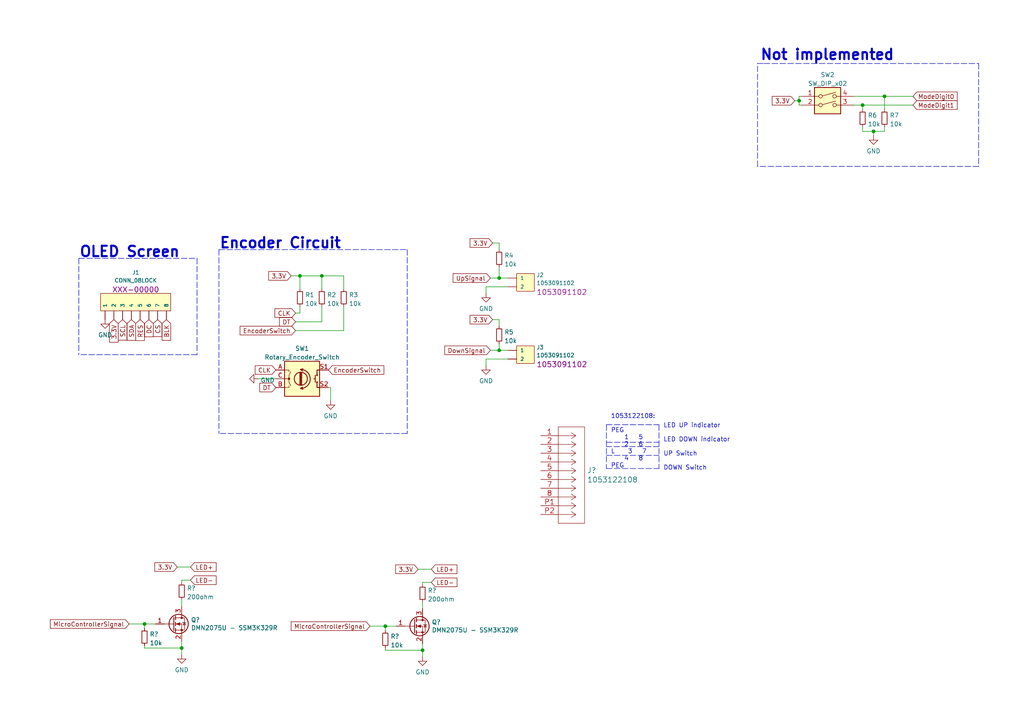
<source format=kicad_sch>
(kicad_sch (version 20211123) (generator eeschema)

  (uuid b275e0a1-8c16-4c49-a8c0-a5b7df664c77)

  (paper "A4")

  (lib_symbols
    (symbol "2022-03-02_05-11-24:1053122108" (pin_names (offset 0.254) hide) (in_bom yes) (on_board yes)
      (property "Reference" "J" (id 0) (at 8.89 6.35 0)
        (effects (font (size 1.524 1.524)))
      )
      (property "Value" "2022-03-02_05-11-24_1053122108" (id 1) (at 10.16 -10.16 0)
        (effects (font (size 1.524 1.524)))
      )
      (property "Footprint" "CON_1053122108" (id 2) (at 10.16 -11.684 0)
        (effects (font (size 1.524 1.524)) hide)
      )
      (property "Datasheet" "" (id 3) (at 0 0 0)
        (effects (font (size 1.524 1.524)))
      )
      (property "ki_locked" "" (id 4) (at 0 0 0)
        (effects (font (size 1.27 1.27)))
      )
      (property "ki_fp_filters" "CON_1053122108" (id 5) (at 0 0 0)
        (effects (font (size 1.27 1.27)) hide)
      )
      (symbol "1053122108_1_1"
        (polyline
          (pts
            (xy 5.08 -25.4)
            (xy 12.7 -25.4)
          )
          (stroke (width 0.127) (type default) (color 0 0 0 0))
          (fill (type none))
        )
        (polyline
          (pts
            (xy 5.08 2.54)
            (xy 5.08 -25.4)
          )
          (stroke (width 0.127) (type default) (color 0 0 0 0))
          (fill (type none))
        )
        (polyline
          (pts
            (xy 10.16 -22.86)
            (xy 5.08 -22.86)
          )
          (stroke (width 0.127) (type default) (color 0 0 0 0))
          (fill (type none))
        )
        (polyline
          (pts
            (xy 10.16 -22.86)
            (xy 8.89 -23.6982)
          )
          (stroke (width 0.127) (type default) (color 0 0 0 0))
          (fill (type none))
        )
        (polyline
          (pts
            (xy 10.16 -22.86)
            (xy 8.89 -22.0218)
          )
          (stroke (width 0.127) (type default) (color 0 0 0 0))
          (fill (type none))
        )
        (polyline
          (pts
            (xy 10.16 -20.32)
            (xy 5.08 -20.32)
          )
          (stroke (width 0.127) (type default) (color 0 0 0 0))
          (fill (type none))
        )
        (polyline
          (pts
            (xy 10.16 -20.32)
            (xy 8.89 -21.1582)
          )
          (stroke (width 0.127) (type default) (color 0 0 0 0))
          (fill (type none))
        )
        (polyline
          (pts
            (xy 10.16 -20.32)
            (xy 8.89 -19.4818)
          )
          (stroke (width 0.127) (type default) (color 0 0 0 0))
          (fill (type none))
        )
        (polyline
          (pts
            (xy 10.16 -17.78)
            (xy 5.08 -17.78)
          )
          (stroke (width 0.127) (type default) (color 0 0 0 0))
          (fill (type none))
        )
        (polyline
          (pts
            (xy 10.16 -17.78)
            (xy 8.89 -18.6182)
          )
          (stroke (width 0.127) (type default) (color 0 0 0 0))
          (fill (type none))
        )
        (polyline
          (pts
            (xy 10.16 -17.78)
            (xy 8.89 -16.9418)
          )
          (stroke (width 0.127) (type default) (color 0 0 0 0))
          (fill (type none))
        )
        (polyline
          (pts
            (xy 10.16 -15.24)
            (xy 5.08 -15.24)
          )
          (stroke (width 0.127) (type default) (color 0 0 0 0))
          (fill (type none))
        )
        (polyline
          (pts
            (xy 10.16 -15.24)
            (xy 8.89 -16.0782)
          )
          (stroke (width 0.127) (type default) (color 0 0 0 0))
          (fill (type none))
        )
        (polyline
          (pts
            (xy 10.16 -15.24)
            (xy 8.89 -14.4018)
          )
          (stroke (width 0.127) (type default) (color 0 0 0 0))
          (fill (type none))
        )
        (polyline
          (pts
            (xy 10.16 -12.7)
            (xy 5.08 -12.7)
          )
          (stroke (width 0.127) (type default) (color 0 0 0 0))
          (fill (type none))
        )
        (polyline
          (pts
            (xy 10.16 -12.7)
            (xy 8.89 -13.5382)
          )
          (stroke (width 0.127) (type default) (color 0 0 0 0))
          (fill (type none))
        )
        (polyline
          (pts
            (xy 10.16 -12.7)
            (xy 8.89 -11.8618)
          )
          (stroke (width 0.127) (type default) (color 0 0 0 0))
          (fill (type none))
        )
        (polyline
          (pts
            (xy 10.16 -10.16)
            (xy 5.08 -10.16)
          )
          (stroke (width 0.127) (type default) (color 0 0 0 0))
          (fill (type none))
        )
        (polyline
          (pts
            (xy 10.16 -10.16)
            (xy 8.89 -10.9982)
          )
          (stroke (width 0.127) (type default) (color 0 0 0 0))
          (fill (type none))
        )
        (polyline
          (pts
            (xy 10.16 -10.16)
            (xy 8.89 -9.3218)
          )
          (stroke (width 0.127) (type default) (color 0 0 0 0))
          (fill (type none))
        )
        (polyline
          (pts
            (xy 10.16 -7.62)
            (xy 5.08 -7.62)
          )
          (stroke (width 0.127) (type default) (color 0 0 0 0))
          (fill (type none))
        )
        (polyline
          (pts
            (xy 10.16 -7.62)
            (xy 8.89 -8.4582)
          )
          (stroke (width 0.127) (type default) (color 0 0 0 0))
          (fill (type none))
        )
        (polyline
          (pts
            (xy 10.16 -7.62)
            (xy 8.89 -6.7818)
          )
          (stroke (width 0.127) (type default) (color 0 0 0 0))
          (fill (type none))
        )
        (polyline
          (pts
            (xy 10.16 -5.08)
            (xy 5.08 -5.08)
          )
          (stroke (width 0.127) (type default) (color 0 0 0 0))
          (fill (type none))
        )
        (polyline
          (pts
            (xy 10.16 -5.08)
            (xy 8.89 -5.9182)
          )
          (stroke (width 0.127) (type default) (color 0 0 0 0))
          (fill (type none))
        )
        (polyline
          (pts
            (xy 10.16 -5.08)
            (xy 8.89 -4.2418)
          )
          (stroke (width 0.127) (type default) (color 0 0 0 0))
          (fill (type none))
        )
        (polyline
          (pts
            (xy 10.16 -2.54)
            (xy 5.08 -2.54)
          )
          (stroke (width 0.127) (type default) (color 0 0 0 0))
          (fill (type none))
        )
        (polyline
          (pts
            (xy 10.16 -2.54)
            (xy 8.89 -3.3782)
          )
          (stroke (width 0.127) (type default) (color 0 0 0 0))
          (fill (type none))
        )
        (polyline
          (pts
            (xy 10.16 -2.54)
            (xy 8.89 -1.7018)
          )
          (stroke (width 0.127) (type default) (color 0 0 0 0))
          (fill (type none))
        )
        (polyline
          (pts
            (xy 10.16 0)
            (xy 5.08 0)
          )
          (stroke (width 0.127) (type default) (color 0 0 0 0))
          (fill (type none))
        )
        (polyline
          (pts
            (xy 10.16 0)
            (xy 8.89 -0.8382)
          )
          (stroke (width 0.127) (type default) (color 0 0 0 0))
          (fill (type none))
        )
        (polyline
          (pts
            (xy 10.16 0)
            (xy 8.89 0.8382)
          )
          (stroke (width 0.127) (type default) (color 0 0 0 0))
          (fill (type none))
        )
        (polyline
          (pts
            (xy 12.7 -25.4)
            (xy 12.7 2.54)
          )
          (stroke (width 0.127) (type default) (color 0 0 0 0))
          (fill (type none))
        )
        (polyline
          (pts
            (xy 12.7 2.54)
            (xy 5.08 2.54)
          )
          (stroke (width 0.127) (type default) (color 0 0 0 0))
          (fill (type none))
        )
        (pin unspecified line (at 0 0 0) (length 5.08)
          (name "1" (effects (font (size 1.4986 1.4986))))
          (number "1" (effects (font (size 1.4986 1.4986))))
        )
        (pin unspecified line (at 0 -2.54 0) (length 5.08)
          (name "2" (effects (font (size 1.4986 1.4986))))
          (number "2" (effects (font (size 1.4986 1.4986))))
        )
        (pin unspecified line (at 0 -5.08 0) (length 5.08)
          (name "3" (effects (font (size 1.4986 1.4986))))
          (number "3" (effects (font (size 1.4986 1.4986))))
        )
        (pin unspecified line (at 0 -7.62 0) (length 5.08)
          (name "4" (effects (font (size 1.4986 1.4986))))
          (number "4" (effects (font (size 1.4986 1.4986))))
        )
        (pin unspecified line (at 0 -10.16 0) (length 5.08)
          (name "5" (effects (font (size 1.4986 1.4986))))
          (number "5" (effects (font (size 1.4986 1.4986))))
        )
        (pin unspecified line (at 0 -12.7 0) (length 5.08)
          (name "6" (effects (font (size 1.4986 1.4986))))
          (number "6" (effects (font (size 1.4986 1.4986))))
        )
        (pin unspecified line (at 0 -15.24 0) (length 5.08)
          (name "7" (effects (font (size 1.4986 1.4986))))
          (number "7" (effects (font (size 1.4986 1.4986))))
        )
        (pin unspecified line (at 0 -17.78 0) (length 5.08)
          (name "8" (effects (font (size 1.4986 1.4986))))
          (number "8" (effects (font (size 1.4986 1.4986))))
        )
        (pin unspecified line (at 0 -20.32 0) (length 5.08)
          (name "P1" (effects (font (size 1.4986 1.4986))))
          (number "P1" (effects (font (size 1.4986 1.4986))))
        )
        (pin unspecified line (at 0 -22.86 0) (length 5.08)
          (name "P2" (effects (font (size 1.4986 1.4986))))
          (number "P2" (effects (font (size 1.4986 1.4986))))
        )
      )
    )
    (symbol "Device:R_Small" (pin_numbers hide) (pin_names (offset 0.254) hide) (in_bom yes) (on_board yes)
      (property "Reference" "R" (id 0) (at 0.762 0.508 0)
        (effects (font (size 1.27 1.27)) (justify left))
      )
      (property "Value" "R_Small" (id 1) (at 0.762 -1.016 0)
        (effects (font (size 1.27 1.27)) (justify left))
      )
      (property "Footprint" "" (id 2) (at 0 0 0)
        (effects (font (size 1.27 1.27)) hide)
      )
      (property "Datasheet" "~" (id 3) (at 0 0 0)
        (effects (font (size 1.27 1.27)) hide)
      )
      (property "ki_keywords" "R resistor" (id 4) (at 0 0 0)
        (effects (font (size 1.27 1.27)) hide)
      )
      (property "ki_description" "Resistor, small symbol" (id 5) (at 0 0 0)
        (effects (font (size 1.27 1.27)) hide)
      )
      (property "ki_fp_filters" "R_*" (id 6) (at 0 0 0)
        (effects (font (size 1.27 1.27)) hide)
      )
      (symbol "R_Small_0_1"
        (rectangle (start -0.762 1.778) (end 0.762 -1.778)
          (stroke (width 0.2032) (type default) (color 0 0 0 0))
          (fill (type none))
        )
      )
      (symbol "R_Small_1_1"
        (pin passive line (at 0 2.54 270) (length 0.762)
          (name "~" (effects (font (size 1.27 1.27))))
          (number "1" (effects (font (size 1.27 1.27))))
        )
        (pin passive line (at 0 -2.54 90) (length 0.762)
          (name "~" (effects (font (size 1.27 1.27))))
          (number "2" (effects (font (size 1.27 1.27))))
        )
      )
    )
    (symbol "Device:Rotary_Encoder_Switch" (pin_names (offset 0.254) hide) (in_bom yes) (on_board yes)
      (property "Reference" "SW" (id 0) (at 0 6.604 0)
        (effects (font (size 1.27 1.27)))
      )
      (property "Value" "Rotary_Encoder_Switch" (id 1) (at 0 -6.604 0)
        (effects (font (size 1.27 1.27)))
      )
      (property "Footprint" "" (id 2) (at -3.81 4.064 0)
        (effects (font (size 1.27 1.27)) hide)
      )
      (property "Datasheet" "~" (id 3) (at 0 6.604 0)
        (effects (font (size 1.27 1.27)) hide)
      )
      (property "ki_keywords" "rotary switch encoder switch push button" (id 4) (at 0 0 0)
        (effects (font (size 1.27 1.27)) hide)
      )
      (property "ki_description" "Rotary encoder, dual channel, incremental quadrate outputs, with switch" (id 5) (at 0 0 0)
        (effects (font (size 1.27 1.27)) hide)
      )
      (property "ki_fp_filters" "RotaryEncoder*Switch*" (id 6) (at 0 0 0)
        (effects (font (size 1.27 1.27)) hide)
      )
      (symbol "Rotary_Encoder_Switch_0_1"
        (rectangle (start -5.08 5.08) (end 5.08 -5.08)
          (stroke (width 0.254) (type default) (color 0 0 0 0))
          (fill (type background))
        )
        (circle (center -3.81 0) (radius 0.254)
          (stroke (width 0) (type default) (color 0 0 0 0))
          (fill (type outline))
        )
        (arc (start -0.381 -2.794) (mid 2.3622 -0.0508) (end -0.381 2.667)
          (stroke (width 0.254) (type default) (color 0 0 0 0))
          (fill (type none))
        )
        (circle (center -0.381 0) (radius 1.905)
          (stroke (width 0.254) (type default) (color 0 0 0 0))
          (fill (type none))
        )
        (polyline
          (pts
            (xy -0.635 -1.778)
            (xy -0.635 1.778)
          )
          (stroke (width 0.254) (type default) (color 0 0 0 0))
          (fill (type none))
        )
        (polyline
          (pts
            (xy -0.381 -1.778)
            (xy -0.381 1.778)
          )
          (stroke (width 0.254) (type default) (color 0 0 0 0))
          (fill (type none))
        )
        (polyline
          (pts
            (xy -0.127 1.778)
            (xy -0.127 -1.778)
          )
          (stroke (width 0.254) (type default) (color 0 0 0 0))
          (fill (type none))
        )
        (polyline
          (pts
            (xy 3.81 0)
            (xy 3.429 0)
          )
          (stroke (width 0.254) (type default) (color 0 0 0 0))
          (fill (type none))
        )
        (polyline
          (pts
            (xy 3.81 1.016)
            (xy 3.81 -1.016)
          )
          (stroke (width 0.254) (type default) (color 0 0 0 0))
          (fill (type none))
        )
        (polyline
          (pts
            (xy -5.08 -2.54)
            (xy -3.81 -2.54)
            (xy -3.81 -2.032)
          )
          (stroke (width 0) (type default) (color 0 0 0 0))
          (fill (type none))
        )
        (polyline
          (pts
            (xy -5.08 2.54)
            (xy -3.81 2.54)
            (xy -3.81 2.032)
          )
          (stroke (width 0) (type default) (color 0 0 0 0))
          (fill (type none))
        )
        (polyline
          (pts
            (xy 0.254 -3.048)
            (xy -0.508 -2.794)
            (xy 0.127 -2.413)
          )
          (stroke (width 0.254) (type default) (color 0 0 0 0))
          (fill (type none))
        )
        (polyline
          (pts
            (xy 0.254 2.921)
            (xy -0.508 2.667)
            (xy 0.127 2.286)
          )
          (stroke (width 0.254) (type default) (color 0 0 0 0))
          (fill (type none))
        )
        (polyline
          (pts
            (xy 5.08 -2.54)
            (xy 4.318 -2.54)
            (xy 4.318 -1.016)
          )
          (stroke (width 0.254) (type default) (color 0 0 0 0))
          (fill (type none))
        )
        (polyline
          (pts
            (xy 5.08 2.54)
            (xy 4.318 2.54)
            (xy 4.318 1.016)
          )
          (stroke (width 0.254) (type default) (color 0 0 0 0))
          (fill (type none))
        )
        (polyline
          (pts
            (xy -5.08 0)
            (xy -3.81 0)
            (xy -3.81 -1.016)
            (xy -3.302 -2.032)
          )
          (stroke (width 0) (type default) (color 0 0 0 0))
          (fill (type none))
        )
        (polyline
          (pts
            (xy -4.318 0)
            (xy -3.81 0)
            (xy -3.81 1.016)
            (xy -3.302 2.032)
          )
          (stroke (width 0) (type default) (color 0 0 0 0))
          (fill (type none))
        )
        (circle (center 4.318 -1.016) (radius 0.127)
          (stroke (width 0.254) (type default) (color 0 0 0 0))
          (fill (type none))
        )
        (circle (center 4.318 1.016) (radius 0.127)
          (stroke (width 0.254) (type default) (color 0 0 0 0))
          (fill (type none))
        )
      )
      (symbol "Rotary_Encoder_Switch_1_1"
        (pin passive line (at -7.62 2.54 0) (length 2.54)
          (name "A" (effects (font (size 1.27 1.27))))
          (number "A" (effects (font (size 1.27 1.27))))
        )
        (pin passive line (at -7.62 -2.54 0) (length 2.54)
          (name "B" (effects (font (size 1.27 1.27))))
          (number "B" (effects (font (size 1.27 1.27))))
        )
        (pin passive line (at -7.62 0 0) (length 2.54)
          (name "C" (effects (font (size 1.27 1.27))))
          (number "C" (effects (font (size 1.27 1.27))))
        )
        (pin passive line (at 7.62 2.54 180) (length 2.54)
          (name "S1" (effects (font (size 1.27 1.27))))
          (number "S1" (effects (font (size 1.27 1.27))))
        )
        (pin passive line (at 7.62 -2.54 180) (length 2.54)
          (name "S2" (effects (font (size 1.27 1.27))))
          (number "S2" (effects (font (size 1.27 1.27))))
        )
      )
    )
    (symbol "SparkFun-Connectors:CONN_02" (pin_numbers hide) (pin_names (offset 1.016)) (in_bom yes) (on_board yes)
      (property "Reference" "J" (id 0) (at -5.08 5.08 0)
        (effects (font (size 1.143 1.143)) (justify left bottom))
      )
      (property "Value" "CONN_02" (id 1) (at -5.08 -3.81 0)
        (effects (font (size 1.143 1.143)) (justify left bottom))
      )
      (property "Footprint" "1X02" (id 2) (at 0 6.35 0)
        (effects (font (size 0.508 0.508)) hide)
      )
      (property "Datasheet" "" (id 3) (at 0 0 0)
        (effects (font (size 1.27 1.27)) hide)
      )
      (property "Field4" "XXX-00000" (id 4) (at 0 7.62 0)
        (effects (font (size 1.524 1.524)))
      )
      (property "ki_locked" "" (id 5) (at 0 0 0)
        (effects (font (size 1.27 1.27)))
      )
      (property "ki_keywords" "PROD_ID:XXX-00000" (id 6) (at 0 0 0)
        (effects (font (size 1.27 1.27)) hide)
      )
      (property "ki_description" "Multi connection point. Often used as Generic Header-pin footprint for 0.1 inch spaced/style header connections  <b>On any of the 0.1 inch spaced packages, you can populate with these:</b><ul><li><a href=\"https://www.sparkfun.com/products/116\"> Break Away Headers - Straight</a> (PRT-00116)</li><li><a href=\"https://www.sparkfun.com/products/553\"> Break Away Male Headers - Right Angle</a> (PRT-00553)</li><li><a href=\"https://www.sparkfun.com/products/115\"> Female Headers</a> (PRT-00115)</li><li><a href=\"https://www.sparkfun.com/products/117\"> Break Away Headers - Machine Pin</a> (PRT-00117)</li><li><a href=\"https://www.sparkfun.com/products/743\"> Break Away Female Headers - Swiss Machine Pin</a> (PRT-00743)</li></ul> <b> For SCREWTERMINALS and SPRING TERMINALS visit here:</b><ul><li><a href=\"https://www.sparkfun.com/search/results?term=Screw+Terminals\"> Screw Terimnals on SparkFun.com</a> (5mm/3.5mm/2.54mm spacing)</li></ul> <b>This device is also useful as a general connection point to wire up your design to another part of your project. Our various solder wires solder well into these plated through hole pads.</b><ul><li><a href=\"https://www.sparkfun.com/products/11375\"> Hook-Up Wire - Assortment (Stranded, 22 AWG)</a> (PRT-11375)</li><li><a href=\"https://www.sparkfun.com/products/11367\"> Hook-Up Wire - Assortment (Solid Core, 22 AWG)</a> (PRT-11367)</li><li><a href=\"https://www.sparkfun.com/categories/141\"> View the entire wire category on our website here</a></li> </ul> <b>Special notes:</b> Molex polarized connector foot print use with: PRT-08233 with associated crimp pins and housings.<br><br>2.54_SCREWTERM for use with  PRT-10571.<br><br>3.5mm Screw Terminal footprints for  PRT-08084<br><br>5mm Screw Terminal footprints for use with PRT-08432" (id 7) (at 0 0 0)
        (effects (font (size 1.27 1.27)) hide)
      )
      (property "ki_fp_filters" "*1X02* *JST-2-PTH-NS* *1X02_NO_SILK* *SCREWTERMINAL-3.5MM-2* *SCREWTERMINAL-3.5MM-2-NS* *SCREWTERMINAL-3.5MM-2_LOCK* *SCREWTERMINAL-5MM-2* *JST-2-PTH* *JST-2-PTH-KIT* *1X02_LOCK* *1X02_LOCK_LONGPADS* *1X02_PP_HOLES_ONLY* *MOLEX-1X2* *MOLEX-1X2_LOCK* *1X02_LONGPADS* *1X02_XTRA_BIG* *1X02_RA_PTH_FEMALE* *SPRINGTERMINAL-2.54MM-2*" (id 8) (at 0 0 0)
        (effects (font (size 1.27 1.27)) hide)
      )
      (symbol "CONN_02_1_0"
        (rectangle (start 0 -1.27) (end -5.08 3.81)
          (stroke (width 0) (type default) (color 0 0 0 0))
          (fill (type background))
        )
      )
      (symbol "CONN_02_1_1"
        (pin passive line (at 2.54 0 180) (length 2.54)
          (name "1" (effects (font (size 1.016 1.016))))
          (number "1" (effects (font (size 1.016 1.016))))
        )
        (pin passive line (at 2.54 2.54 180) (length 2.54)
          (name "2" (effects (font (size 1.016 1.016))))
          (number "2" (effects (font (size 1.016 1.016))))
        )
      )
    )
    (symbol "SparkFun-Connectors:CONN_08LOCK" (pin_numbers hide) (pin_names (offset 1.016)) (in_bom yes) (on_board yes)
      (property "Reference" "J" (id 0) (at -5.08 20.32 0)
        (effects (font (size 1.143 1.143)) (justify left bottom))
      )
      (property "Value" "CONN_08LOCK" (id 1) (at -5.08 -3.81 0)
        (effects (font (size 1.143 1.143)) (justify left bottom))
      )
      (property "Footprint" "1X08_LOCK" (id 2) (at 0 22.86 0)
        (effects (font (size 0.508 0.508)) hide)
      )
      (property "Datasheet" "" (id 3) (at 0 0 0)
        (effects (font (size 1.27 1.27)) hide)
      )
      (property "Field4" "XXX-00000" (id 4) (at 0 24.13 0)
        (effects (font (size 1.524 1.524)))
      )
      (property "ki_locked" "" (id 5) (at 0 0 0)
        (effects (font (size 1.27 1.27)))
      )
      (property "ki_keywords" "PROD_ID:XXX-00000" (id 6) (at 0 0 0)
        (effects (font (size 1.27 1.27)) hide)
      )
      (property "ki_description" "Multi connection point. Often used as Generic Header-pin footprint for 0.1 inch spaced/style header connections  <b>On any of the 0.1 inch spaced packages, you can populate with these:</b><ul><li><a href=\"https://www.sparkfun.com/products/116\"> Break Away Headers - Straight</a> (PRT-00116)</li><li><a href=\"https://www.sparkfun.com/products/553\"> Break Away Male Headers - Right Angle</a> (PRT-00553)</li><li><a href=\"https://www.sparkfun.com/products/115\"> Female Headers</a> (PRT-00115)</li><li><a href=\"https://www.sparkfun.com/products/117\"> Break Away Headers - Machine Pin</a> (PRT-00117)</li><li><a href=\"https://www.sparkfun.com/products/743\"> Break Away Female Headers - Swiss Machine Pin</a> (PRT-00743)</li><li><a href=\"https://www.sparkfun.com/products/9279\"> Arduino Stackable Header - 8 Pin</a> (PRT-09279)</li></ul> <b> For SCREWTERMINALS and SPRING TERMINALS visit here:</b><ul><li><a href=\"https://www.sparkfun.com/search/results?term=Screw+Terminals\"> Screw Terimnals on SparkFun.com</a> (5mm/3.5mm/2.54mm spacing)</li></ul> <b>This device is also useful as a general connection point to wire up your design to another part of your project. Our various solder wires solder well into these plated through hole pads.</b><ul><li><a href=\"https://www.sparkfun.com/products/11375\"> Hook-Up Wire - Assortment (Stranded, 22 AWG)</a> (PRT-11375)</li><li><a href=\"https://www.sparkfun.com/products/11367\"> Hook-Up Wire - Assortment (Solid Core, 22 AWG)</a> (PRT-11367)</li><li><a href=\"https://www.sparkfun.com/categories/141\"> View the entire wire category on our website here</a></li> </ul> <b>Special notes:</b>   Molex polarized connector foot print use with SKU : PRT-08231 with associated crimp pins and housings. 1MM SMD Version SKU: PRT-10208 NOTES ON THE VARIANTS LOCK and LOCK_LONGPADS...This footprint was designed to help hold the alignment of a through-hole component (i.e.  6-pin header) while soldering it into place. You may notice that each hole has been shifted either up or down by 0.005 of an inch from it's more standard position (which is a perfectly straight line).  This slight alteration caused the pins (the squares in the middle) to touch the edges of the holes.  Because they are alternating, it causes a \"brace\" to hold the component in place.  0.005 has proven to be the perfect amount of \"off-center\" position when using our standard breakaway headers. Although looks a little odd when you look at the bare footprint, once you have a header in there, the alteration is very hard to notice.  Also,if you push a header all the way into place, it is covered up entirely on the bottom side." (id 7) (at 0 0 0)
        (effects (font (size 1.27 1.27)) hide)
      )
      (property "ki_fp_filters" "*1X08_LOCK*" (id 8) (at 0 0 0)
        (effects (font (size 1.27 1.27)) hide)
      )
      (symbol "CONN_08LOCK_0_1"
        (rectangle (start 0 -1.27) (end -5.08 19.05)
          (stroke (width 0) (type default) (color 0 0 0 0))
          (fill (type background))
        )
      )
      (symbol "CONN_08LOCK_1_1"
        (pin passive line (at 2.54 0 180) (length 2.54)
          (name "1" (effects (font (size 1.016 1.016))))
          (number "1" (effects (font (size 1.016 1.016))))
        )
        (pin passive line (at 2.54 2.54 180) (length 2.54)
          (name "2" (effects (font (size 1.016 1.016))))
          (number "2" (effects (font (size 1.016 1.016))))
        )
        (pin passive line (at 2.54 5.08 180) (length 2.54)
          (name "3" (effects (font (size 1.016 1.016))))
          (number "3" (effects (font (size 1.016 1.016))))
        )
        (pin passive line (at 2.54 7.62 180) (length 2.54)
          (name "4" (effects (font (size 1.016 1.016))))
          (number "4" (effects (font (size 1.016 1.016))))
        )
        (pin passive line (at 2.54 10.16 180) (length 2.54)
          (name "5" (effects (font (size 1.016 1.016))))
          (number "5" (effects (font (size 1.016 1.016))))
        )
        (pin passive line (at 2.54 12.7 180) (length 2.54)
          (name "6" (effects (font (size 1.016 1.016))))
          (number "6" (effects (font (size 1.016 1.016))))
        )
        (pin passive line (at 2.54 15.24 180) (length 2.54)
          (name "7" (effects (font (size 1.016 1.016))))
          (number "7" (effects (font (size 1.016 1.016))))
        )
        (pin passive line (at 2.54 17.78 180) (length 2.54)
          (name "8" (effects (font (size 1.016 1.016))))
          (number "8" (effects (font (size 1.016 1.016))))
        )
      )
    )
    (symbol "Switch:SW_DIP_x02" (pin_names (offset 0) hide) (in_bom yes) (on_board yes)
      (property "Reference" "SW" (id 0) (at 0 6.35 0)
        (effects (font (size 1.27 1.27)))
      )
      (property "Value" "SW_DIP_x02" (id 1) (at 0 -3.81 0)
        (effects (font (size 1.27 1.27)))
      )
      (property "Footprint" "" (id 2) (at 0 0 0)
        (effects (font (size 1.27 1.27)) hide)
      )
      (property "Datasheet" "~" (id 3) (at 0 0 0)
        (effects (font (size 1.27 1.27)) hide)
      )
      (property "ki_keywords" "dip switch" (id 4) (at 0 0 0)
        (effects (font (size 1.27 1.27)) hide)
      )
      (property "ki_description" "2x DIP Switch, Single Pole Single Throw (SPST) switch, small symbol" (id 5) (at 0 0 0)
        (effects (font (size 1.27 1.27)) hide)
      )
      (property "ki_fp_filters" "SW?DIP?x2*" (id 6) (at 0 0 0)
        (effects (font (size 1.27 1.27)) hide)
      )
      (symbol "SW_DIP_x02_0_0"
        (circle (center -2.032 0) (radius 0.508)
          (stroke (width 0) (type default) (color 0 0 0 0))
          (fill (type none))
        )
        (circle (center -2.032 2.54) (radius 0.508)
          (stroke (width 0) (type default) (color 0 0 0 0))
          (fill (type none))
        )
        (polyline
          (pts
            (xy -1.524 0.127)
            (xy 2.3622 1.1684)
          )
          (stroke (width 0) (type default) (color 0 0 0 0))
          (fill (type none))
        )
        (polyline
          (pts
            (xy -1.524 2.667)
            (xy 2.3622 3.7084)
          )
          (stroke (width 0) (type default) (color 0 0 0 0))
          (fill (type none))
        )
        (circle (center 2.032 0) (radius 0.508)
          (stroke (width 0) (type default) (color 0 0 0 0))
          (fill (type none))
        )
        (circle (center 2.032 2.54) (radius 0.508)
          (stroke (width 0) (type default) (color 0 0 0 0))
          (fill (type none))
        )
      )
      (symbol "SW_DIP_x02_0_1"
        (rectangle (start -3.81 5.08) (end 3.81 -2.54)
          (stroke (width 0.254) (type default) (color 0 0 0 0))
          (fill (type background))
        )
      )
      (symbol "SW_DIP_x02_1_1"
        (pin passive line (at -7.62 2.54 0) (length 5.08)
          (name "~" (effects (font (size 1.27 1.27))))
          (number "1" (effects (font (size 1.27 1.27))))
        )
        (pin passive line (at -7.62 0 0) (length 5.08)
          (name "~" (effects (font (size 1.27 1.27))))
          (number "2" (effects (font (size 1.27 1.27))))
        )
        (pin passive line (at 7.62 0 180) (length 5.08)
          (name "~" (effects (font (size 1.27 1.27))))
          (number "3" (effects (font (size 1.27 1.27))))
        )
        (pin passive line (at 7.62 2.54 180) (length 5.08)
          (name "~" (effects (font (size 1.27 1.27))))
          (number "4" (effects (font (size 1.27 1.27))))
        )
      )
    )
    (symbol "Transistor_FET:DMN2075U" (pin_names hide) (in_bom yes) (on_board yes)
      (property "Reference" "Q" (id 0) (at 5.08 1.905 0)
        (effects (font (size 1.27 1.27)) (justify left))
      )
      (property "Value" "DMN2075U" (id 1) (at 5.08 0 0)
        (effects (font (size 1.27 1.27)) (justify left))
      )
      (property "Footprint" "Package_TO_SOT_SMD:SOT-23" (id 2) (at 5.08 -1.905 0)
        (effects (font (size 1.27 1.27) italic) (justify left) hide)
      )
      (property "Datasheet" "http://www.diodes.com/assets/Datasheets/DMN2075U.pdf" (id 3) (at 0 0 0)
        (effects (font (size 1.27 1.27)) (justify left) hide)
      )
      (property "ki_keywords" "N-Channel MOSFET" (id 4) (at 0 0 0)
        (effects (font (size 1.27 1.27)) hide)
      )
      (property "ki_description" "4.2A Id, 20V Vds, N-Channel MOSFET, SOT-23" (id 5) (at 0 0 0)
        (effects (font (size 1.27 1.27)) hide)
      )
      (property "ki_fp_filters" "SOT?23*" (id 6) (at 0 0 0)
        (effects (font (size 1.27 1.27)) hide)
      )
      (symbol "DMN2075U_0_1"
        (polyline
          (pts
            (xy 0.254 0)
            (xy -2.54 0)
          )
          (stroke (width 0) (type default) (color 0 0 0 0))
          (fill (type none))
        )
        (polyline
          (pts
            (xy 0.254 1.905)
            (xy 0.254 -1.905)
          )
          (stroke (width 0.254) (type default) (color 0 0 0 0))
          (fill (type none))
        )
        (polyline
          (pts
            (xy 0.762 -1.27)
            (xy 0.762 -2.286)
          )
          (stroke (width 0.254) (type default) (color 0 0 0 0))
          (fill (type none))
        )
        (polyline
          (pts
            (xy 0.762 0.508)
            (xy 0.762 -0.508)
          )
          (stroke (width 0.254) (type default) (color 0 0 0 0))
          (fill (type none))
        )
        (polyline
          (pts
            (xy 0.762 2.286)
            (xy 0.762 1.27)
          )
          (stroke (width 0.254) (type default) (color 0 0 0 0))
          (fill (type none))
        )
        (polyline
          (pts
            (xy 2.54 2.54)
            (xy 2.54 1.778)
          )
          (stroke (width 0) (type default) (color 0 0 0 0))
          (fill (type none))
        )
        (polyline
          (pts
            (xy 2.54 -2.54)
            (xy 2.54 0)
            (xy 0.762 0)
          )
          (stroke (width 0) (type default) (color 0 0 0 0))
          (fill (type none))
        )
        (polyline
          (pts
            (xy 0.762 -1.778)
            (xy 3.302 -1.778)
            (xy 3.302 1.778)
            (xy 0.762 1.778)
          )
          (stroke (width 0) (type default) (color 0 0 0 0))
          (fill (type none))
        )
        (polyline
          (pts
            (xy 1.016 0)
            (xy 2.032 0.381)
            (xy 2.032 -0.381)
            (xy 1.016 0)
          )
          (stroke (width 0) (type default) (color 0 0 0 0))
          (fill (type outline))
        )
        (polyline
          (pts
            (xy 2.794 0.508)
            (xy 2.921 0.381)
            (xy 3.683 0.381)
            (xy 3.81 0.254)
          )
          (stroke (width 0) (type default) (color 0 0 0 0))
          (fill (type none))
        )
        (polyline
          (pts
            (xy 3.302 0.381)
            (xy 2.921 -0.254)
            (xy 3.683 -0.254)
            (xy 3.302 0.381)
          )
          (stroke (width 0) (type default) (color 0 0 0 0))
          (fill (type none))
        )
        (circle (center 1.651 0) (radius 2.794)
          (stroke (width 0.254) (type default) (color 0 0 0 0))
          (fill (type none))
        )
        (circle (center 2.54 -1.778) (radius 0.254)
          (stroke (width 0) (type default) (color 0 0 0 0))
          (fill (type outline))
        )
        (circle (center 2.54 1.778) (radius 0.254)
          (stroke (width 0) (type default) (color 0 0 0 0))
          (fill (type outline))
        )
      )
      (symbol "DMN2075U_1_1"
        (pin input line (at -5.08 0 0) (length 2.54)
          (name "G" (effects (font (size 1.27 1.27))))
          (number "1" (effects (font (size 1.27 1.27))))
        )
        (pin passive line (at 2.54 -5.08 90) (length 2.54)
          (name "S" (effects (font (size 1.27 1.27))))
          (number "2" (effects (font (size 1.27 1.27))))
        )
        (pin passive line (at 2.54 5.08 270) (length 2.54)
          (name "D" (effects (font (size 1.27 1.27))))
          (number "3" (effects (font (size 1.27 1.27))))
        )
      )
    )
    (symbol "power:GND" (power) (pin_names (offset 0)) (in_bom yes) (on_board yes)
      (property "Reference" "#PWR" (id 0) (at 0 -6.35 0)
        (effects (font (size 1.27 1.27)) hide)
      )
      (property "Value" "GND" (id 1) (at 0 -3.81 0)
        (effects (font (size 1.27 1.27)))
      )
      (property "Footprint" "" (id 2) (at 0 0 0)
        (effects (font (size 1.27 1.27)) hide)
      )
      (property "Datasheet" "" (id 3) (at 0 0 0)
        (effects (font (size 1.27 1.27)) hide)
      )
      (property "ki_keywords" "power-flag" (id 4) (at 0 0 0)
        (effects (font (size 1.27 1.27)) hide)
      )
      (property "ki_description" "Power symbol creates a global label with name \"GND\" , ground" (id 5) (at 0 0 0)
        (effects (font (size 1.27 1.27)) hide)
      )
      (symbol "GND_0_1"
        (polyline
          (pts
            (xy 0 0)
            (xy 0 -1.27)
            (xy 1.27 -1.27)
            (xy 0 -2.54)
            (xy -1.27 -1.27)
            (xy 0 -1.27)
          )
          (stroke (width 0) (type default) (color 0 0 0 0))
          (fill (type none))
        )
      )
      (symbol "GND_1_1"
        (pin power_in line (at 0 0 270) (length 0) hide
          (name "GND" (effects (font (size 1.27 1.27))))
          (number "1" (effects (font (size 1.27 1.27))))
        )
      )
    )
  )

  (junction (at 93.345 80.01) (diameter 0) (color 0 0 0 0)
    (uuid 27272ac5-a28d-4332-86dd-03d19c0074e3)
  )
  (junction (at 144.78 101.6) (diameter 0) (color 0 0 0 0)
    (uuid 2771acd3-3b97-4903-b87d-c24f6bf2854f)
  )
  (junction (at 231.775 29.21) (diameter 0) (color 0 0 0 0)
    (uuid 4a9746c4-9966-431f-b194-6db83175cf0e)
  )
  (junction (at 52.705 187.96) (diameter 0) (color 0 0 0 0)
    (uuid 6f186519-bfe4-4a34-b06e-237acd18139f)
  )
  (junction (at 111.76 181.61) (diameter 0) (color 0 0 0 0)
    (uuid 830a571c-820f-4cb7-bcaa-a3f9a65a9523)
  )
  (junction (at 144.78 80.645) (diameter 0) (color 0 0 0 0)
    (uuid 8cf0edf5-efb0-4beb-bc2d-595f2a53d0bd)
  )
  (junction (at 122.555 188.595) (diameter 0) (color 0 0 0 0)
    (uuid 9b83383f-a0c9-47f9-ad6f-f80456abbe7a)
  )
  (junction (at 250.19 30.48) (diameter 0) (color 0 0 0 0)
    (uuid a7174ef1-ad1e-40e4-98b1-60e41331753f)
  )
  (junction (at 86.995 80.01) (diameter 0) (color 0 0 0 0)
    (uuid aa440005-70bf-4c46-989f-de4598f8a57f)
  )
  (junction (at 41.91 180.975) (diameter 0) (color 0 0 0 0)
    (uuid b34258ec-3748-467d-aaa5-730d9809b7f0)
  )
  (junction (at 256.54 27.94) (diameter 0) (color 0 0 0 0)
    (uuid c9b659a9-94e6-4370-a9e0-6e903c3fdc55)
  )
  (junction (at 253.365 38.1) (diameter 0) (color 0 0 0 0)
    (uuid e8a20ed9-503e-4e33-a760-4699e46813a7)
  )

  (wire (pts (xy 144.78 80.645) (xy 147.32 80.645))
    (stroke (width 0) (type default) (color 0 0 0 0))
    (uuid 012073dd-46d3-4782-8cca-6fafdc70b6cf)
  )
  (wire (pts (xy 144.78 101.6) (xy 147.32 101.6))
    (stroke (width 0) (type default) (color 0 0 0 0))
    (uuid 03575823-aeac-4084-9647-95976c445482)
  )
  (wire (pts (xy 111.76 188.595) (xy 122.555 188.595))
    (stroke (width 0) (type default) (color 0 0 0 0))
    (uuid 08210e19-403b-4ad2-93db-4ba98f5895e8)
  )
  (polyline (pts (xy 221.615 18.415) (xy 283.845 18.415))
    (stroke (width 0) (type default) (color 0 0 0 0))
    (uuid 0a34f041-03e8-4533-b98b-8565016f7072)
  )

  (wire (pts (xy 85.725 90.805) (xy 86.995 90.805))
    (stroke (width 0) (type default) (color 0 0 0 0))
    (uuid 0a8d51c8-3f3b-422f-b795-5425bcff6bd7)
  )
  (wire (pts (xy 55.245 168.275) (xy 52.705 168.275))
    (stroke (width 0) (type default) (color 0 0 0 0))
    (uuid 14cabf1f-e41e-475c-9452-fa0e1e27da70)
  )
  (wire (pts (xy 95.25 112.395) (xy 95.885 112.395))
    (stroke (width 0) (type default) (color 0 0 0 0))
    (uuid 1735fdff-e88a-4003-bac7-e8bc7718e53f)
  )
  (wire (pts (xy 52.705 186.055) (xy 52.705 187.96))
    (stroke (width 0) (type default) (color 0 0 0 0))
    (uuid 18619c42-cc37-4547-a092-be32eb3be4ed)
  )
  (wire (pts (xy 107.315 181.61) (xy 111.76 181.61))
    (stroke (width 0) (type default) (color 0 0 0 0))
    (uuid 191bcaa8-3b86-43b1-aaaf-ac9a4de03a9c)
  )
  (polyline (pts (xy 219.71 48.26) (xy 219.71 18.415))
    (stroke (width 0) (type default) (color 0 0 0 0))
    (uuid 1bd24f9e-5267-4be8-ab14-c302ec4accfa)
  )

  (wire (pts (xy 121.285 165.1) (xy 125.095 165.1))
    (stroke (width 0) (type default) (color 0 0 0 0))
    (uuid 1c239763-4275-4178-9075-a081d7845211)
  )
  (wire (pts (xy 253.365 38.1) (xy 253.365 39.37))
    (stroke (width 0) (type default) (color 0 0 0 0))
    (uuid 202d50e4-a22f-4c5f-84c4-512f12d7b3a5)
  )
  (wire (pts (xy 84.455 80.01) (xy 86.995 80.01))
    (stroke (width 0) (type default) (color 0 0 0 0))
    (uuid 2054bcee-a08e-43da-bfb9-aba6300ea0f7)
  )
  (wire (pts (xy 93.345 93.345) (xy 85.725 93.345))
    (stroke (width 0) (type default) (color 0 0 0 0))
    (uuid 27712c1f-178f-4a37-8280-7b6efd5edd11)
  )
  (wire (pts (xy 231.775 30.48) (xy 232.41 30.48))
    (stroke (width 0) (type default) (color 0 0 0 0))
    (uuid 28c83d03-f807-43a1-a82b-bbcb70bd36f2)
  )
  (wire (pts (xy 41.91 187.325) (xy 41.91 187.96))
    (stroke (width 0) (type default) (color 0 0 0 0))
    (uuid 2a1d7795-645b-485c-a19a-98db1829c758)
  )
  (wire (pts (xy 111.76 182.88) (xy 111.76 181.61))
    (stroke (width 0) (type default) (color 0 0 0 0))
    (uuid 2b555127-9410-432b-8198-612eabe1a618)
  )
  (wire (pts (xy 99.695 88.9) (xy 99.695 95.885))
    (stroke (width 0) (type default) (color 0 0 0 0))
    (uuid 2b6985f1-be14-4c68-9804-cce427098a82)
  )
  (wire (pts (xy 122.555 186.69) (xy 122.555 188.595))
    (stroke (width 0) (type default) (color 0 0 0 0))
    (uuid 2ccdfa51-5c58-4fe6-abb5-9003cb0f8455)
  )
  (polyline (pts (xy 175.895 135.89) (xy 191.135 135.89))
    (stroke (width 0) (type default) (color 0 0 0 0))
    (uuid 2fefdcba-96a0-4f90-acfc-56b2a70d43fd)
  )

  (wire (pts (xy 95.885 112.395) (xy 95.885 116.205))
    (stroke (width 0) (type default) (color 0 0 0 0))
    (uuid 351e9f1b-721f-446f-afc7-1669356ed46e)
  )
  (wire (pts (xy 86.995 80.01) (xy 86.995 83.82))
    (stroke (width 0) (type default) (color 0 0 0 0))
    (uuid 371cd350-5dce-4deb-bc5d-84401cb53899)
  )
  (wire (pts (xy 74.93 109.855) (xy 80.01 109.855))
    (stroke (width 0) (type default) (color 0 0 0 0))
    (uuid 3770c10c-9954-4f1b-a85a-019f61ac2626)
  )
  (wire (pts (xy 231.775 27.94) (xy 231.775 29.21))
    (stroke (width 0) (type default) (color 0 0 0 0))
    (uuid 385241e4-92e1-4164-ab2c-08384bcdd886)
  )
  (wire (pts (xy 142.24 101.6) (xy 144.78 101.6))
    (stroke (width 0) (type default) (color 0 0 0 0))
    (uuid 3a41815f-f572-436e-b929-e4e89fa2e79c)
  )
  (polyline (pts (xy 175.895 123.19) (xy 191.135 123.19))
    (stroke (width 0) (type default) (color 0 0 0 0))
    (uuid 41f572fc-d6d4-4842-8150-fc66bc9e5184)
  )

  (wire (pts (xy 256.54 27.94) (xy 264.795 27.94))
    (stroke (width 0) (type default) (color 0 0 0 0))
    (uuid 44df9b59-7e90-40c0-a359-0a2cfd1d482b)
  )
  (wire (pts (xy 247.65 30.48) (xy 250.19 30.48))
    (stroke (width 0) (type default) (color 0 0 0 0))
    (uuid 4716c3be-7c15-4aad-afd5-e2a95305500f)
  )
  (wire (pts (xy 52.705 168.275) (xy 52.705 168.91))
    (stroke (width 0) (type default) (color 0 0 0 0))
    (uuid 49673dd3-e1ca-4a23-a895-33573a63609d)
  )
  (wire (pts (xy 142.875 70.485) (xy 144.78 70.485))
    (stroke (width 0) (type default) (color 0 0 0 0))
    (uuid 4c053d09-1db8-4f2b-97d6-b57dbf70b8d0)
  )
  (wire (pts (xy 144.78 70.485) (xy 144.78 72.39))
    (stroke (width 0) (type default) (color 0 0 0 0))
    (uuid 4e1a245e-4765-4f25-8868-74da950f4017)
  )
  (polyline (pts (xy 57.15 102.87) (xy 22.86 102.87))
    (stroke (width 0) (type default) (color 0 0 0 0))
    (uuid 514c6be4-4f71-43b5-ad7d-71223c5db73a)
  )

  (wire (pts (xy 41.91 182.245) (xy 41.91 180.975))
    (stroke (width 0) (type default) (color 0 0 0 0))
    (uuid 51e51708-5d0c-4587-b2f1-f887a107fe4d)
  )
  (wire (pts (xy 144.78 92.71) (xy 144.78 94.615))
    (stroke (width 0) (type default) (color 0 0 0 0))
    (uuid 529a2718-f3d5-43a0-b51c-69b417844fb4)
  )
  (wire (pts (xy 52.705 187.96) (xy 52.705 189.865))
    (stroke (width 0) (type default) (color 0 0 0 0))
    (uuid 53661d01-7e2c-4d22-94cc-c348382016fa)
  )
  (polyline (pts (xy 219.71 18.415) (xy 221.615 18.415))
    (stroke (width 0) (type default) (color 0 0 0 0))
    (uuid 55a96639-7da0-47d1-9628-8f343906c1cc)
  )

  (wire (pts (xy 93.345 80.01) (xy 93.345 83.82))
    (stroke (width 0) (type default) (color 0 0 0 0))
    (uuid 5e95b973-cf39-4e72-9ec8-fd54b3a157a3)
  )
  (wire (pts (xy 140.97 83.185) (xy 147.32 83.185))
    (stroke (width 0) (type default) (color 0 0 0 0))
    (uuid 5fc79613-c35d-4839-9244-d4de4ac3917b)
  )
  (wire (pts (xy 250.19 30.48) (xy 250.19 31.75))
    (stroke (width 0) (type default) (color 0 0 0 0))
    (uuid 62190a24-ca31-4c4e-a532-99ef9b168534)
  )
  (wire (pts (xy 256.54 38.1) (xy 256.54 36.83))
    (stroke (width 0) (type default) (color 0 0 0 0))
    (uuid 69c5af30-103b-4fde-b3a4-61fec80e1c30)
  )
  (wire (pts (xy 253.365 38.1) (xy 256.54 38.1))
    (stroke (width 0) (type default) (color 0 0 0 0))
    (uuid 6cda4d3c-0876-42d5-a1d6-883ba5bc7260)
  )
  (wire (pts (xy 125.095 168.91) (xy 122.555 168.91))
    (stroke (width 0) (type default) (color 0 0 0 0))
    (uuid 6d475334-de02-4c93-a634-9facaaadc32a)
  )
  (wire (pts (xy 250.19 36.83) (xy 250.19 38.1))
    (stroke (width 0) (type default) (color 0 0 0 0))
    (uuid 6f4a0373-cf31-48fa-b215-67b201b2b16d)
  )
  (wire (pts (xy 256.54 27.94) (xy 256.54 31.75))
    (stroke (width 0) (type default) (color 0 0 0 0))
    (uuid 74d858a0-199b-4c91-85b0-ec39f032465c)
  )
  (wire (pts (xy 142.875 92.71) (xy 144.78 92.71))
    (stroke (width 0) (type default) (color 0 0 0 0))
    (uuid 7884d1ba-6dee-47fd-91af-1c88b2e71fa8)
  )
  (polyline (pts (xy 118.11 72.39) (xy 118.11 125.73))
    (stroke (width 0) (type default) (color 0 0 0 0))
    (uuid 7a65a66c-ffce-49e7-9508-b4e0fa230c1c)
  )

  (wire (pts (xy 144.78 77.47) (xy 144.78 80.645))
    (stroke (width 0) (type default) (color 0 0 0 0))
    (uuid 7d0aa98b-2d42-4ad9-9ebf-2905c89b9b41)
  )
  (polyline (pts (xy 175.895 132.08) (xy 191.135 132.08))
    (stroke (width 0) (type default) (color 0 0 0 0))
    (uuid 816f523d-7b05-4099-8829-db71558052ac)
  )

  (wire (pts (xy 86.995 90.805) (xy 86.995 88.9))
    (stroke (width 0) (type default) (color 0 0 0 0))
    (uuid 8202117e-277e-4732-a29e-df74cf9de20d)
  )
  (polyline (pts (xy 22.86 74.93) (xy 57.15 74.93))
    (stroke (width 0) (type default) (color 0 0 0 0))
    (uuid 8399f897-5463-431d-a147-a6d8625680d1)
  )
  (polyline (pts (xy 63.5 72.39) (xy 118.11 72.39))
    (stroke (width 0) (type default) (color 0 0 0 0))
    (uuid 84b923f3-fcea-4873-97ca-6a3eee73ceab)
  )

  (wire (pts (xy 122.555 168.91) (xy 122.555 169.545))
    (stroke (width 0) (type default) (color 0 0 0 0))
    (uuid 857dd1e3-19a1-4d7e-b907-857ec2b997db)
  )
  (wire (pts (xy 93.345 80.01) (xy 99.695 80.01))
    (stroke (width 0) (type default) (color 0 0 0 0))
    (uuid 8818fae2-db48-405d-919f-449fb194f984)
  )
  (wire (pts (xy 140.97 83.185) (xy 140.97 85.09))
    (stroke (width 0) (type default) (color 0 0 0 0))
    (uuid 8c5de63f-b6f1-44ae-9de6-51a78e09b7ad)
  )
  (polyline (pts (xy 175.895 123.19) (xy 175.895 135.89))
    (stroke (width 0) (type default) (color 0 0 0 0))
    (uuid 8e0aae74-f65c-4933-8cd1-41ab6e0b6c34)
  )

  (wire (pts (xy 122.555 174.625) (xy 122.555 176.53))
    (stroke (width 0) (type default) (color 0 0 0 0))
    (uuid 90691f0c-8f31-4c62-a2ec-cee27280a58e)
  )
  (polyline (pts (xy 175.895 128.27) (xy 191.135 128.27))
    (stroke (width 0) (type default) (color 0 0 0 0))
    (uuid 90db72f7-f77f-43bf-aac9-aab1e876457f)
  )

  (wire (pts (xy 142.24 80.645) (xy 144.78 80.645))
    (stroke (width 0) (type default) (color 0 0 0 0))
    (uuid 98f39983-a32b-492f-9086-b6eef621b0ac)
  )
  (polyline (pts (xy 118.11 125.73) (xy 63.5 125.73))
    (stroke (width 0) (type default) (color 0 0 0 0))
    (uuid 9a0b5cf7-ed99-4be6-aa1a-af705ec6218f)
  )

  (wire (pts (xy 140.97 104.14) (xy 140.97 106.045))
    (stroke (width 0) (type default) (color 0 0 0 0))
    (uuid 9a639e42-df7f-4b91-8e83-029ee0c7440b)
  )
  (wire (pts (xy 86.995 80.01) (xy 93.345 80.01))
    (stroke (width 0) (type default) (color 0 0 0 0))
    (uuid b0f24b75-1685-40b0-8f55-6f4855eb797e)
  )
  (wire (pts (xy 250.19 30.48) (xy 264.795 30.48))
    (stroke (width 0) (type default) (color 0 0 0 0))
    (uuid b3907c16-6a10-45f0-bb62-f9fc6ea80dd6)
  )
  (wire (pts (xy 111.76 181.61) (xy 114.935 181.61))
    (stroke (width 0) (type default) (color 0 0 0 0))
    (uuid b56641e9-6b1f-4ad1-9137-39b1682a1d08)
  )
  (wire (pts (xy 140.97 104.14) (xy 147.32 104.14))
    (stroke (width 0) (type default) (color 0 0 0 0))
    (uuid b84ba531-54b4-4d24-8991-596cba7cb9f8)
  )
  (polyline (pts (xy 283.845 18.415) (xy 283.845 48.26))
    (stroke (width 0) (type default) (color 0 0 0 0))
    (uuid ba4bf21b-65ca-4651-a985-d69c86270084)
  )

  (wire (pts (xy 144.78 99.695) (xy 144.78 101.6))
    (stroke (width 0) (type default) (color 0 0 0 0))
    (uuid ba63faba-3bb3-46eb-9c9b-26599c7f002d)
  )
  (wire (pts (xy 41.91 187.96) (xy 52.705 187.96))
    (stroke (width 0) (type default) (color 0 0 0 0))
    (uuid bb675f60-26c5-41b4-bb6d-8e0b57b45b38)
  )
  (polyline (pts (xy 191.135 129.54) (xy 175.895 129.54))
    (stroke (width 0) (type default) (color 0 0 0 0))
    (uuid be50026e-fcdf-4113-ab43-6b1ad6136ac7)
  )

  (wire (pts (xy 51.435 164.465) (xy 55.245 164.465))
    (stroke (width 0) (type default) (color 0 0 0 0))
    (uuid befc9fc0-b97a-48f0-afc3-6f81a51d7136)
  )
  (wire (pts (xy 52.705 173.99) (xy 52.705 175.895))
    (stroke (width 0) (type default) (color 0 0 0 0))
    (uuid c29199cd-87e3-4bfe-b8f4-24559874af1e)
  )
  (wire (pts (xy 37.465 180.975) (xy 41.91 180.975))
    (stroke (width 0) (type default) (color 0 0 0 0))
    (uuid c3d0876d-94e9-4e7e-919c-b7244f185bc0)
  )
  (wire (pts (xy 99.695 95.885) (xy 85.725 95.885))
    (stroke (width 0) (type default) (color 0 0 0 0))
    (uuid c52ef334-c72a-41b4-a4e3-c75b7c6b8393)
  )
  (wire (pts (xy 231.775 29.21) (xy 231.775 30.48))
    (stroke (width 0) (type default) (color 0 0 0 0))
    (uuid ce266bd0-7de4-4c59-a444-096e2d91a665)
  )
  (wire (pts (xy 232.41 27.94) (xy 231.775 27.94))
    (stroke (width 0) (type default) (color 0 0 0 0))
    (uuid cff349fe-0511-4842-a112-b06040b6d604)
  )
  (wire (pts (xy 99.695 80.01) (xy 99.695 83.82))
    (stroke (width 0) (type default) (color 0 0 0 0))
    (uuid d32d3d8c-e2be-4808-a6bc-e762b28bb6f7)
  )
  (wire (pts (xy 93.345 88.9) (xy 93.345 93.345))
    (stroke (width 0) (type default) (color 0 0 0 0))
    (uuid d7bf3606-9bca-4473-972d-0bcd2114b433)
  )
  (wire (pts (xy 41.91 180.975) (xy 45.085 180.975))
    (stroke (width 0) (type default) (color 0 0 0 0))
    (uuid d8711c0b-7e71-4e56-9bd1-bf0a47694c3b)
  )
  (polyline (pts (xy 191.135 123.19) (xy 191.135 135.89))
    (stroke (width 0) (type default) (color 0 0 0 0))
    (uuid db5e16dd-3ab8-4e6f-a2c7-faa23649e22a)
  )

  (wire (pts (xy 250.19 38.1) (xy 253.365 38.1))
    (stroke (width 0) (type default) (color 0 0 0 0))
    (uuid df339a50-a2ab-415c-863e-0f9c6959aab8)
  )
  (wire (pts (xy 247.65 27.94) (xy 256.54 27.94))
    (stroke (width 0) (type default) (color 0 0 0 0))
    (uuid e4988046-f3f6-4add-930c-d8bebe61d800)
  )
  (polyline (pts (xy 63.5 72.39) (xy 63.5 125.73))
    (stroke (width 0) (type default) (color 0 0 0 0))
    (uuid e7f058ee-0fcd-4862-b37c-cb980eeb7069)
  )

  (wire (pts (xy 230.505 29.21) (xy 231.775 29.21))
    (stroke (width 0) (type default) (color 0 0 0 0))
    (uuid e8d7c77b-3a87-4471-91bd-8f118dbc4c5b)
  )
  (polyline (pts (xy 283.845 48.26) (xy 219.71 48.26))
    (stroke (width 0) (type default) (color 0 0 0 0))
    (uuid ebbc7f7f-5891-485f-876d-1e4bf57d4ae0)
  )
  (polyline (pts (xy 57.15 74.93) (xy 57.15 102.87))
    (stroke (width 0) (type default) (color 0 0 0 0))
    (uuid f27838e3-6b4a-455b-af36-b7b4b94c5c67)
  )
  (polyline (pts (xy 22.86 74.93) (xy 22.86 102.87))
    (stroke (width 0) (type default) (color 0 0 0 0))
    (uuid f5ede564-8a6e-4754-abfd-811c43da438a)
  )

  (wire (pts (xy 111.76 187.96) (xy 111.76 188.595))
    (stroke (width 0) (type default) (color 0 0 0 0))
    (uuid f8a741e5-9b9a-486b-82bd-b905f2cfc5cc)
  )
  (wire (pts (xy 122.555 188.595) (xy 122.555 190.5))
    (stroke (width 0) (type default) (color 0 0 0 0))
    (uuid fac2178a-82f1-45cb-8042-4321afeaba29)
  )

  (text "Not implemented" (at 220.345 17.78 0)
    (effects (font (size 3 3) (thickness 0.6) bold) (justify left bottom))
    (uuid 69cc075b-95a5-4d4e-a518-1305fe20e492)
  )
  (text "Encoder Circuit" (at 63.5 72.39 0)
    (effects (font (size 3 3) (thickness 0.6) bold) (justify left bottom))
    (uuid 92d4c3cc-c1ff-44ce-875c-fc0e73d40d5e)
  )
  (text "LED UP indicator \n\nLED DOWN indicator\n\nUP Switch\n\nDOWN Switch"
    (at 192.405 136.525 0)
    (effects (font (size 1.27 1.27)) (justify left bottom))
    (uuid b18a9c37-3d0a-4f90-bc72-3179fcd69a15)
  )
  (text "OLED Screen" (at 22.86 74.93 0)
    (effects (font (size 3 3) (thickness 0.6) bold) (justify left bottom))
    (uuid d9aa3a3e-1da8-4fac-9c34-4f6b80db9a35)
  )
  (text "1053122108:\n\nPEG\n    1   5\n    2   6\nL    3   7\n    4   8\nPEG"
    (at 177.165 135.89 0)
    (effects (font (size 1.27 1.27)) (justify left bottom))
    (uuid e3281c6a-94dd-4550-87bc-8d5b3fcc2432)
  )

  (global_label "3.3V" (shape input) (at 121.285 165.1 180) (fields_autoplaced)
    (effects (font (size 1.27 1.27)) (justify right))
    (uuid 0e8950d6-d1ad-406d-b1d7-486bd82c58ac)
    (property "Intersheet References" "${INTERSHEET_REFS}" (id 0) (at 114.7595 165.0206 0)
      (effects (font (size 1.27 1.27)) (justify right) hide)
    )
  )
  (global_label "LED-" (shape input) (at 55.245 168.275 0) (fields_autoplaced)
    (effects (font (size 1.27 1.27)) (justify left))
    (uuid 2859c172-0e3b-41d2-a1ad-233bfff46129)
    (property "Intersheet References" "${INTERSHEET_REFS}" (id 0) (at 62.6776 168.1956 0)
      (effects (font (size 1.27 1.27)) (justify left) hide)
    )
  )
  (global_label "EncoderSwitch" (shape input) (at 95.25 107.315 0) (fields_autoplaced)
    (effects (font (size 1.27 1.27)) (justify left))
    (uuid 36e2af1b-b6b1-4185-8f09-6a7473677613)
    (property "Intersheet References" "${INTERSHEET_REFS}" (id 0) (at 111.3307 107.2356 0)
      (effects (font (size 1.27 1.27)) (justify left) hide)
    )
  )
  (global_label "UpSignal" (shape input) (at 142.24 80.645 180) (fields_autoplaced)
    (effects (font (size 1.27 1.27)) (justify right))
    (uuid 37a7ba36-9203-452b-9339-959bdb475a45)
    (property "Intersheet References" "${INTERSHEET_REFS}" (id 0) (at 131.4207 80.5656 0)
      (effects (font (size 1.27 1.27)) (justify right) hide)
    )
  )
  (global_label "BLK" (shape input) (at 48.26 92.71 270) (fields_autoplaced)
    (effects (font (size 1.27 1.27)) (justify right))
    (uuid 39086ecb-93a7-4ffd-8c5c-cb5e6ca4b881)
    (property "Intersheet References" "${INTERSHEET_REFS}" (id 0) (at 48.1806 98.6912 90)
      (effects (font (size 1.27 1.27)) (justify right) hide)
    )
  )
  (global_label "DT" (shape input) (at 85.725 93.345 180) (fields_autoplaced)
    (effects (font (size 1.27 1.27)) (justify right))
    (uuid 3a0e057c-5a40-4ce6-a4a7-4dcc52568689)
    (property "Intersheet References" "${INTERSHEET_REFS}" (id 0) (at 81.0743 93.2656 0)
      (effects (font (size 1.27 1.27)) (justify right) hide)
    )
  )
  (global_label "LED+" (shape input) (at 55.245 164.465 0) (fields_autoplaced)
    (effects (font (size 1.27 1.27)) (justify left))
    (uuid 3a31eeed-4fbe-4429-82b3-febd0974956e)
    (property "Intersheet References" "${INTERSHEET_REFS}" (id 0) (at 62.6776 164.3856 0)
      (effects (font (size 1.27 1.27)) (justify left) hide)
    )
  )
  (global_label "LED+" (shape input) (at 125.095 165.1 0) (fields_autoplaced)
    (effects (font (size 1.27 1.27)) (justify left))
    (uuid 3b3c1911-d555-471a-9b5e-09338ed858b9)
    (property "Intersheet References" "${INTERSHEET_REFS}" (id 0) (at 132.5276 165.0206 0)
      (effects (font (size 1.27 1.27)) (justify left) hide)
    )
  )
  (global_label "MicroControllerSignal" (shape input) (at 107.315 181.61 180) (fields_autoplaced)
    (effects (font (size 1.27 1.27)) (justify right))
    (uuid 43fd61d5-5db0-4d81-a3a0-5389b4a22cb8)
    (property "Intersheet References" "${INTERSHEET_REFS}" (id 0) (at 84.4609 181.5306 0)
      (effects (font (size 1.27 1.27)) (justify right) hide)
    )
  )
  (global_label "ModeDigit0" (shape input) (at 264.795 27.94 0) (fields_autoplaced)
    (effects (font (size 1.27 1.27)) (justify left))
    (uuid 4708b7f5-05d2-4944-9661-2ddf8f162ab6)
    (property "Intersheet References" "${INTERSHEET_REFS}" (id 0) (at 277.61 27.8606 0)
      (effects (font (size 1.27 1.27)) (justify left) hide)
    )
  )
  (global_label "SCL" (shape input) (at 35.56 92.71 270) (fields_autoplaced)
    (effects (font (size 1.27 1.27)) (justify right))
    (uuid 49197bed-1f24-4c02-a5cd-a6e0061406ec)
    (property "Intersheet References" "${INTERSHEET_REFS}" (id 0) (at 35.4806 98.6307 90)
      (effects (font (size 1.27 1.27)) (justify right) hide)
    )
  )
  (global_label "LED-" (shape input) (at 125.095 168.91 0) (fields_autoplaced)
    (effects (font (size 1.27 1.27)) (justify left))
    (uuid 4ee9b2d0-8997-42cf-9fee-2d6d8d64b02f)
    (property "Intersheet References" "${INTERSHEET_REFS}" (id 0) (at 132.5276 168.8306 0)
      (effects (font (size 1.27 1.27)) (justify left) hide)
    )
  )
  (global_label "DC" (shape input) (at 43.18 92.71 270) (fields_autoplaced)
    (effects (font (size 1.27 1.27)) (justify right))
    (uuid 56e3aa0a-6db9-4995-9515-b1234b52f199)
    (property "Intersheet References" "${INTERSHEET_REFS}" (id 0) (at 43.1006 97.6631 90)
      (effects (font (size 1.27 1.27)) (justify right) hide)
    )
  )
  (global_label "MicroControllerSignal" (shape input) (at 37.465 180.975 180) (fields_autoplaced)
    (effects (font (size 1.27 1.27)) (justify right))
    (uuid 5ac086bc-37ac-4a3f-80dd-a7a20f2292f7)
    (property "Intersheet References" "${INTERSHEET_REFS}" (id 0) (at 14.6109 180.8956 0)
      (effects (font (size 1.27 1.27)) (justify right) hide)
    )
  )
  (global_label "3.3V" (shape input) (at 33.02 92.71 270) (fields_autoplaced)
    (effects (font (size 1.27 1.27)) (justify right))
    (uuid 6194c0cd-5fb1-4867-99bd-dd95e8a5d9d0)
    (property "Intersheet References" "${INTERSHEET_REFS}" (id 0) (at 32.9406 99.2355 90)
      (effects (font (size 1.27 1.27)) (justify right) hide)
    )
  )
  (global_label "SDA" (shape input) (at 38.1 92.71 270) (fields_autoplaced)
    (effects (font (size 1.27 1.27)) (justify right))
    (uuid 6d71b02f-c2d8-4aeb-a603-cb617fc95d6a)
    (property "Intersheet References" "${INTERSHEET_REFS}" (id 0) (at 38.0206 98.6912 90)
      (effects (font (size 1.27 1.27)) (justify right) hide)
    )
  )
  (global_label "CS" (shape input) (at 45.72 92.71 270) (fields_autoplaced)
    (effects (font (size 1.27 1.27)) (justify right))
    (uuid 6df0e796-f89e-4f00-a25c-e756997c3c82)
    (property "Intersheet References" "${INTERSHEET_REFS}" (id 0) (at 45.6406 97.6026 90)
      (effects (font (size 1.27 1.27)) (justify right) hide)
    )
  )
  (global_label "DT" (shape input) (at 80.01 112.395 180) (fields_autoplaced)
    (effects (font (size 1.27 1.27)) (justify right))
    (uuid 80328565-f053-492c-ade2-b7717dc04137)
    (property "Intersheet References" "${INTERSHEET_REFS}" (id 0) (at 75.3593 112.3156 0)
      (effects (font (size 1.27 1.27)) (justify right) hide)
    )
  )
  (global_label "EncoderSwitch" (shape input) (at 85.725 95.885 180) (fields_autoplaced)
    (effects (font (size 1.27 1.27)) (justify right))
    (uuid 8872f199-a7c6-4323-bbd3-0cc270705e05)
    (property "Intersheet References" "${INTERSHEET_REFS}" (id 0) (at 69.6443 95.9644 0)
      (effects (font (size 1.27 1.27)) (justify right) hide)
    )
  )
  (global_label "CLK" (shape input) (at 80.01 107.315 180) (fields_autoplaced)
    (effects (font (size 1.27 1.27)) (justify right))
    (uuid 9c630320-5de1-46b1-af26-b177f51f8b65)
    (property "Intersheet References" "${INTERSHEET_REFS}" (id 0) (at 74.0288 107.2356 0)
      (effects (font (size 1.27 1.27)) (justify right) hide)
    )
  )
  (global_label "ModeDigit1" (shape input) (at 264.795 30.48 0) (fields_autoplaced)
    (effects (font (size 1.27 1.27)) (justify left))
    (uuid 9cd1a252-e46c-4c54-948e-4226fd8480b9)
    (property "Intersheet References" "${INTERSHEET_REFS}" (id 0) (at 277.61 30.4006 0)
      (effects (font (size 1.27 1.27)) (justify left) hide)
    )
  )
  (global_label "3.3V" (shape input) (at 230.505 29.21 180) (fields_autoplaced)
    (effects (font (size 1.27 1.27)) (justify right))
    (uuid aea14c69-f65a-4064-970d-1ebdcf590770)
    (property "Intersheet References" "${INTERSHEET_REFS}" (id 0) (at 223.9795 29.1306 0)
      (effects (font (size 1.27 1.27)) (justify right) hide)
    )
  )
  (global_label "RES" (shape input) (at 40.64 92.71 270) (fields_autoplaced)
    (effects (font (size 1.27 1.27)) (justify right))
    (uuid b2cdd13c-eff9-4125-a5e1-d2b31aee8054)
    (property "Intersheet References" "${INTERSHEET_REFS}" (id 0) (at 40.5606 98.7517 90)
      (effects (font (size 1.27 1.27)) (justify right) hide)
    )
  )
  (global_label "3.3V" (shape input) (at 84.455 80.01 180) (fields_autoplaced)
    (effects (font (size 1.27 1.27)) (justify right))
    (uuid b3bf69ec-6ef3-474e-a021-af0282a9c94f)
    (property "Intersheet References" "${INTERSHEET_REFS}" (id 0) (at 77.9295 79.9306 0)
      (effects (font (size 1.27 1.27)) (justify right) hide)
    )
  )
  (global_label "3.3V" (shape input) (at 142.875 70.485 180) (fields_autoplaced)
    (effects (font (size 1.27 1.27)) (justify right))
    (uuid b56c66da-5ec3-4cbc-981f-9572718eb712)
    (property "Intersheet References" "${INTERSHEET_REFS}" (id 0) (at 136.3495 70.4056 0)
      (effects (font (size 1.27 1.27)) (justify right) hide)
    )
  )
  (global_label "3.3V" (shape input) (at 51.435 164.465 180) (fields_autoplaced)
    (effects (font (size 1.27 1.27)) (justify right))
    (uuid ce19d11d-6adf-4462-a5e9-5da92defd434)
    (property "Intersheet References" "${INTERSHEET_REFS}" (id 0) (at 44.9095 164.3856 0)
      (effects (font (size 1.27 1.27)) (justify right) hide)
    )
  )
  (global_label "3.3V" (shape input) (at 142.875 92.71 180) (fields_autoplaced)
    (effects (font (size 1.27 1.27)) (justify right))
    (uuid d6c18d41-e54f-4948-9a33-f9a1f368528d)
    (property "Intersheet References" "${INTERSHEET_REFS}" (id 0) (at 136.3495 92.6306 0)
      (effects (font (size 1.27 1.27)) (justify right) hide)
    )
  )
  (global_label "CLK" (shape input) (at 85.725 90.805 180) (fields_autoplaced)
    (effects (font (size 1.27 1.27)) (justify right))
    (uuid da45fbfe-0419-46d3-b7da-11ca9391eaed)
    (property "Intersheet References" "${INTERSHEET_REFS}" (id 0) (at 79.7438 90.7256 0)
      (effects (font (size 1.27 1.27)) (justify right) hide)
    )
  )
  (global_label "DownSignal" (shape input) (at 142.24 101.6 180) (fields_autoplaced)
    (effects (font (size 1.27 1.27)) (justify right))
    (uuid e2210e53-35bd-4ce9-96b3-ed8d1ffda186)
    (property "Intersheet References" "${INTERSHEET_REFS}" (id 0) (at 129.0017 101.5206 0)
      (effects (font (size 1.27 1.27)) (justify right) hide)
    )
  )

  (symbol (lib_id "Device:R_Small") (at 250.19 34.29 0) (unit 1)
    (in_bom yes) (on_board yes) (fields_autoplaced)
    (uuid 04dd088f-b5fc-4422-be55-0d4ee7aeb1c3)
    (property "Reference" "R6" (id 0) (at 251.6886 33.4553 0)
      (effects (font (size 1.27 1.27)) (justify left))
    )
    (property "Value" "10k" (id 1) (at 251.6886 35.9922 0)
      (effects (font (size 1.27 1.27)) (justify left))
    )
    (property "Footprint" "" (id 2) (at 250.19 34.29 0)
      (effects (font (size 1.27 1.27)) hide)
    )
    (property "Datasheet" "~" (id 3) (at 250.19 34.29 0)
      (effects (font (size 1.27 1.27)) hide)
    )
    (pin "1" (uuid 25bf8b15-7422-4dd7-bc76-835d032fec31))
    (pin "2" (uuid c6378bc8-f7a6-4b57-918d-85f908ebd95f))
  )

  (symbol (lib_id "Switch:SW_DIP_x02") (at 240.03 30.48 0) (unit 1)
    (in_bom yes) (on_board yes) (fields_autoplaced)
    (uuid 0b3d67fa-d5c4-441e-9cdb-68f5b2f8f1af)
    (property "Reference" "SW2" (id 0) (at 240.03 21.7002 0))
    (property "Value" "SW_DIP_x02" (id 1) (at 240.03 24.2371 0))
    (property "Footprint" "" (id 2) (at 240.03 30.48 0)
      (effects (font (size 1.27 1.27)) hide)
    )
    (property "Datasheet" "~" (id 3) (at 240.03 30.48 0)
      (effects (font (size 1.27 1.27)) hide)
    )
    (pin "1" (uuid 760c83ea-0c02-4c58-8fce-814c81405178))
    (pin "2" (uuid d5ceb8a2-2b6e-4fd2-b7dc-6aa360d74d95))
    (pin "3" (uuid d09aec50-1196-4045-a446-8df834b3b167))
    (pin "4" (uuid fe4571ca-1320-4b65-bf46-8cbebceb0343))
  )

  (symbol (lib_id "power:GND") (at 30.48 92.71 0) (unit 1)
    (in_bom yes) (on_board yes) (fields_autoplaced)
    (uuid 21fb2b4e-b075-4621-ba36-06074f00b5f7)
    (property "Reference" "#PWR0106" (id 0) (at 30.48 99.06 0)
      (effects (font (size 1.27 1.27)) hide)
    )
    (property "Value" "GND" (id 1) (at 30.48 97.1534 0))
    (property "Footprint" "" (id 2) (at 30.48 92.71 0)
      (effects (font (size 1.27 1.27)) hide)
    )
    (property "Datasheet" "" (id 3) (at 30.48 92.71 0)
      (effects (font (size 1.27 1.27)) hide)
    )
    (pin "1" (uuid 845ee4fc-d6a2-4f23-89dc-23d442d64aee))
  )

  (symbol (lib_id "SparkFun-Connectors:CONN_02") (at 149.86 101.6 180) (unit 1)
    (in_bom yes) (on_board yes) (fields_autoplaced)
    (uuid 3b83a797-4e1e-4097-86ae-661aa4b81aa8)
    (property "Reference" "J3" (id 0) (at 155.575 100.7395 0)
      (effects (font (size 1.143 1.143)) (justify right))
    )
    (property "Value" "1053091102" (id 1) (at 155.575 103.0481 0)
      (effects (font (size 1.143 1.143)) (justify right))
    )
    (property "Footprint" "Connectors:1X02" (id 2) (at 149.86 107.95 0)
      (effects (font (size 0.508 0.508)) hide)
    )
    (property "Datasheet" "" (id 3) (at 149.86 101.6 0)
      (effects (font (size 1.27 1.27)) hide)
    )
    (property "Field4" "1053091102" (id 4) (at 155.575 105.6991 0)
      (effects (font (size 1.524 1.524)) (justify right))
    )
    (pin "1" (uuid 54259e9e-6658-46ea-bc36-4cee8be338e6))
    (pin "2" (uuid aa3e2899-630d-4107-8ba5-4981cfdc8a80))
  )

  (symbol (lib_id "power:GND") (at 95.885 116.205 0) (unit 1)
    (in_bom yes) (on_board yes) (fields_autoplaced)
    (uuid 4fbbf441-5e2d-4fd8-a4af-9c7e708bcd1b)
    (property "Reference" "#PWR0104" (id 0) (at 95.885 122.555 0)
      (effects (font (size 1.27 1.27)) hide)
    )
    (property "Value" "GND" (id 1) (at 95.885 120.6484 0))
    (property "Footprint" "" (id 2) (at 95.885 116.205 0)
      (effects (font (size 1.27 1.27)) hide)
    )
    (property "Datasheet" "" (id 3) (at 95.885 116.205 0)
      (effects (font (size 1.27 1.27)) hide)
    )
    (pin "1" (uuid 82957673-d266-4578-aff3-936f6eec031e))
  )

  (symbol (lib_id "Device:R_Small") (at 111.76 185.42 0) (unit 1)
    (in_bom yes) (on_board yes) (fields_autoplaced)
    (uuid 51bce8a1-7579-4cf6-b62d-f4c3c07708c8)
    (property "Reference" "R?" (id 0) (at 113.2586 184.5853 0)
      (effects (font (size 1.27 1.27)) (justify left))
    )
    (property "Value" "10k" (id 1) (at 113.2586 187.1222 0)
      (effects (font (size 1.27 1.27)) (justify left))
    )
    (property "Footprint" "" (id 2) (at 111.76 185.42 0)
      (effects (font (size 1.27 1.27)) hide)
    )
    (property "Datasheet" "~" (id 3) (at 111.76 185.42 0)
      (effects (font (size 1.27 1.27)) hide)
    )
    (pin "1" (uuid 1d4e7f1e-c0de-4016-bc30-887eae5630ac))
    (pin "2" (uuid 70c3a132-562c-466e-98b5-acf8dfb17c41))
  )

  (symbol (lib_id "Device:Rotary_Encoder_Switch") (at 87.63 109.855 0) (unit 1)
    (in_bom yes) (on_board yes) (fields_autoplaced)
    (uuid 5b3d60f9-5523-4df6-a372-d1ed0a07773e)
    (property "Reference" "SW1" (id 0) (at 87.63 101.0752 0))
    (property "Value" "Rotary_Encoder_Switch" (id 1) (at 87.63 103.6121 0))
    (property "Footprint" "" (id 2) (at 83.82 105.791 0)
      (effects (font (size 1.27 1.27)) hide)
    )
    (property "Datasheet" "~" (id 3) (at 87.63 103.251 0)
      (effects (font (size 1.27 1.27)) hide)
    )
    (pin "A" (uuid 46ae72eb-e53c-4e9f-ba19-b01d53a7598d))
    (pin "B" (uuid 3a9e276a-9ec2-4379-b518-1305406202f3))
    (pin "C" (uuid 4c9c9576-1517-4e3d-803f-3a8a06fcc167))
    (pin "S1" (uuid fb540952-387b-4829-9e2d-fd7bef682cd8))
    (pin "S2" (uuid 697e7482-ecb6-4cd9-8082-4ab1492e47f1))
  )

  (symbol (lib_id "Device:R_Small") (at 52.705 171.45 0) (unit 1)
    (in_bom yes) (on_board yes) (fields_autoplaced)
    (uuid 600de3c9-c749-4527-a2c3-65e67906ee94)
    (property "Reference" "R?" (id 0) (at 54.2036 170.6153 0)
      (effects (font (size 1.27 1.27)) (justify left))
    )
    (property "Value" "200ohm" (id 1) (at 54.2036 173.1522 0)
      (effects (font (size 1.27 1.27)) (justify left))
    )
    (property "Footprint" "" (id 2) (at 52.705 171.45 0)
      (effects (font (size 1.27 1.27)) hide)
    )
    (property "Datasheet" "~" (id 3) (at 52.705 171.45 0)
      (effects (font (size 1.27 1.27)) hide)
    )
    (pin "1" (uuid bce903a0-1584-4fb0-8a66-5dd0cd29b771))
    (pin "2" (uuid 91499fc5-fa00-4d51-947d-a15f04550668))
  )

  (symbol (lib_id "power:GND") (at 140.97 106.045 0) (unit 1)
    (in_bom yes) (on_board yes) (fields_autoplaced)
    (uuid 6fdb14eb-77df-4a3d-b6b2-50deece97308)
    (property "Reference" "#PWR0102" (id 0) (at 140.97 112.395 0)
      (effects (font (size 1.27 1.27)) hide)
    )
    (property "Value" "GND" (id 1) (at 140.97 110.4884 0))
    (property "Footprint" "" (id 2) (at 140.97 106.045 0)
      (effects (font (size 1.27 1.27)) hide)
    )
    (property "Datasheet" "" (id 3) (at 140.97 106.045 0)
      (effects (font (size 1.27 1.27)) hide)
    )
    (pin "1" (uuid 081bb456-0320-4c82-8fa0-27280b4ae00b))
  )

  (symbol (lib_id "power:GND") (at 122.555 190.5 0) (unit 1)
    (in_bom yes) (on_board yes) (fields_autoplaced)
    (uuid 827873db-56c7-4792-94af-3aec79823286)
    (property "Reference" "#PWR?" (id 0) (at 122.555 196.85 0)
      (effects (font (size 1.27 1.27)) hide)
    )
    (property "Value" "GND" (id 1) (at 122.555 194.9434 0))
    (property "Footprint" "" (id 2) (at 122.555 190.5 0)
      (effects (font (size 1.27 1.27)) hide)
    )
    (property "Datasheet" "" (id 3) (at 122.555 190.5 0)
      (effects (font (size 1.27 1.27)) hide)
    )
    (pin "1" (uuid 8af227ad-311c-4725-80d3-f243fc205bf9))
  )

  (symbol (lib_id "SparkFun-Connectors:CONN_08LOCK") (at 30.48 90.17 270) (unit 1)
    (in_bom yes) (on_board yes) (fields_autoplaced)
    (uuid 8432de44-d840-41c6-8dc8-89399aef112b)
    (property "Reference" "J1" (id 0) (at 39.37 79.0397 90)
      (effects (font (size 1.143 1.143)))
    )
    (property "Value" "CONN_08LOCK" (id 1) (at 39.37 81.3483 90)
      (effects (font (size 1.143 1.143)))
    )
    (property "Footprint" "Connectors:1X08_LOCK" (id 2) (at 53.34 90.17 0)
      (effects (font (size 0.508 0.508)) hide)
    )
    (property "Datasheet" "" (id 3) (at 30.48 90.17 0)
      (effects (font (size 1.27 1.27)) hide)
    )
    (property "Field4" "XXX-00000" (id 4) (at 39.37 83.9993 90)
      (effects (font (size 1.524 1.524)))
    )
    (pin "1" (uuid c4733a30-2db4-41f6-a3da-94695236305f))
    (pin "2" (uuid c00ec65b-fd7a-4a3f-94c8-f018fea18464))
    (pin "3" (uuid 1f87922d-1fa6-41c5-9255-973c24cf8b6e))
    (pin "4" (uuid b416d01f-c576-44ab-9ae5-769a614aebd9))
    (pin "5" (uuid 3cd7838b-397e-4deb-9c04-011138e7b633))
    (pin "6" (uuid 88bc0d5a-10e8-4485-81db-76528086257b))
    (pin "7" (uuid 27639e33-e86b-408a-9a15-e92040484298))
    (pin "8" (uuid f46fe520-9b67-4ad7-a6ae-d563345ba9d9))
  )

  (symbol (lib_id "2022-03-02_05-11-24:1053122108") (at 156.845 126.365 0) (unit 1)
    (in_bom yes) (on_board yes)
    (uuid 86e883c6-b61b-4ed7-9fc5-832e1f56be66)
    (property "Reference" "J?" (id 0) (at 170.2562 136.4488 0)
      (effects (font (size 1.524 1.524)) (justify left))
    )
    (property "Value" "1053122108" (id 1) (at 170.2562 139.1412 0)
      (effects (font (size 1.524 1.524)) (justify left))
    )
    (property "Footprint" "Connectors:1053122108" (id 2) (at 167.005 138.049 0)
      (effects (font (size 1.524 1.524)) hide)
    )
    (property "Datasheet" "" (id 3) (at 156.845 126.365 0)
      (effects (font (size 1.524 1.524)))
    )
    (pin "1" (uuid f6c68796-c778-49c2-a6c9-3e4e74aad949))
    (pin "2" (uuid 26b475b7-7573-4e39-bdba-8a9fb350196c))
    (pin "3" (uuid a79afedc-2054-4af0-8177-8fe2a26cf218))
    (pin "4" (uuid 367b7043-e91d-4cf6-87a9-d5087fa25d88))
    (pin "5" (uuid 8a1ba389-5c8f-40f5-af0a-b26a0a7f05d8))
    (pin "6" (uuid a52e88c6-5003-45d6-a3ed-4d8fccd6de4b))
    (pin "7" (uuid 229a0023-1569-4d3c-9964-e84f998fa11e))
    (pin "8" (uuid a5d5b5e2-5b0c-4c37-90d5-7ee314df89ac))
    (pin "P1" (uuid ef1031c3-b85f-4f2f-b4f7-f1f10bb67f7e))
    (pin "P2" (uuid a67c92cd-7854-49c5-bf14-f5d833503ec2))
  )

  (symbol (lib_id "Transistor_FET:DMN2075U") (at 120.015 181.61 0) (unit 1)
    (in_bom yes) (on_board yes)
    (uuid 901d2fe8-1505-404c-8b9c-b4e559320eb6)
    (property "Reference" "Q?" (id 0) (at 125.222 180.4416 0)
      (effects (font (size 1.27 1.27)) (justify left))
    )
    (property "Value" "DMN2075U - SSM3K329R" (id 1) (at 125.222 182.753 0)
      (effects (font (size 1.27 1.27)) (justify left))
    )
    (property "Footprint" "Package_TO_SOT_SMD:SOT-23" (id 2) (at 125.095 183.515 0)
      (effects (font (size 1.27 1.27) italic) (justify left) hide)
    )
    (property "Datasheet" "http://www.diodes.com/assets/Datasheets/DMN2075U.pdf" (id 3) (at 120.015 181.61 0)
      (effects (font (size 1.27 1.27)) (justify left) hide)
    )
    (pin "1" (uuid 244737f0-f6e4-46a9-9fe3-5099c9eec640))
    (pin "2" (uuid f7a30679-4abe-4017-be70-1ce86b40fc52))
    (pin "3" (uuid 8cdf1aae-7ab6-48b6-a4a6-5fe8b35be164))
  )

  (symbol (lib_id "Device:R_Small") (at 144.78 74.93 0) (unit 1)
    (in_bom yes) (on_board yes) (fields_autoplaced)
    (uuid 93554441-98ce-4934-a6c9-3cb2ccfb85b2)
    (property "Reference" "R4" (id 0) (at 146.2786 74.0953 0)
      (effects (font (size 1.27 1.27)) (justify left))
    )
    (property "Value" "10k" (id 1) (at 146.2786 76.6322 0)
      (effects (font (size 1.27 1.27)) (justify left))
    )
    (property "Footprint" "" (id 2) (at 144.78 74.93 0)
      (effects (font (size 1.27 1.27)) hide)
    )
    (property "Datasheet" "~" (id 3) (at 144.78 74.93 0)
      (effects (font (size 1.27 1.27)) hide)
    )
    (pin "1" (uuid 35b8e8b2-665d-44af-bb62-631c7d9c1c45))
    (pin "2" (uuid ec78ef03-608c-4137-b616-a211af25d9e4))
  )

  (symbol (lib_id "SparkFun-Connectors:CONN_02") (at 149.86 80.645 180) (unit 1)
    (in_bom yes) (on_board yes) (fields_autoplaced)
    (uuid 940529cb-6a44-4bb8-9230-2fb30cf437fb)
    (property "Reference" "J2" (id 0) (at 155.575 79.7845 0)
      (effects (font (size 1.143 1.143)) (justify right))
    )
    (property "Value" "1053091102" (id 1) (at 155.575 82.0931 0)
      (effects (font (size 1.143 1.143)) (justify right))
    )
    (property "Footprint" "Connectors:1X02" (id 2) (at 149.86 86.995 0)
      (effects (font (size 0.508 0.508)) hide)
    )
    (property "Datasheet" "" (id 3) (at 149.86 80.645 0)
      (effects (font (size 1.27 1.27)) hide)
    )
    (property "Field4" "1053091102" (id 4) (at 155.575 84.7441 0)
      (effects (font (size 1.524 1.524)) (justify right))
    )
    (pin "1" (uuid 5f4627a0-ab81-428f-aaf8-5b5cdcebf8cb))
    (pin "2" (uuid e7aac3fd-0a50-434d-9bbe-560cd933d938))
  )

  (symbol (lib_id "Device:R_Small") (at 93.345 86.36 0) (unit 1)
    (in_bom yes) (on_board yes) (fields_autoplaced)
    (uuid 96749bbb-84a8-45a4-8f2d-5afda593a804)
    (property "Reference" "R2" (id 0) (at 94.8436 85.5253 0)
      (effects (font (size 1.27 1.27)) (justify left))
    )
    (property "Value" "10k" (id 1) (at 94.8436 88.0622 0)
      (effects (font (size 1.27 1.27)) (justify left))
    )
    (property "Footprint" "" (id 2) (at 93.345 86.36 0)
      (effects (font (size 1.27 1.27)) hide)
    )
    (property "Datasheet" "~" (id 3) (at 93.345 86.36 0)
      (effects (font (size 1.27 1.27)) hide)
    )
    (pin "1" (uuid 4dfadbd0-7eb1-443f-b3a1-da68e4d1f62b))
    (pin "2" (uuid 00c82eca-8c8e-44c5-a4f1-89a4bad7b7c3))
  )

  (symbol (lib_id "Device:R_Small") (at 144.78 97.155 0) (unit 1)
    (in_bom yes) (on_board yes) (fields_autoplaced)
    (uuid 9e88831a-4d7e-4900-b2ae-1b3972d3de1c)
    (property "Reference" "R5" (id 0) (at 146.2786 96.3203 0)
      (effects (font (size 1.27 1.27)) (justify left))
    )
    (property "Value" "10k" (id 1) (at 146.2786 98.8572 0)
      (effects (font (size 1.27 1.27)) (justify left))
    )
    (property "Footprint" "" (id 2) (at 144.78 97.155 0)
      (effects (font (size 1.27 1.27)) hide)
    )
    (property "Datasheet" "~" (id 3) (at 144.78 97.155 0)
      (effects (font (size 1.27 1.27)) hide)
    )
    (pin "1" (uuid 91aca8a5-1346-480a-bc26-f75eaac4b471))
    (pin "2" (uuid 222dc02d-56e6-43fc-b278-988da3be56f4))
  )

  (symbol (lib_id "power:GND") (at 52.705 189.865 0) (unit 1)
    (in_bom yes) (on_board yes) (fields_autoplaced)
    (uuid bb0228ba-48f6-4c1e-af34-179dfaf3b0e7)
    (property "Reference" "#PWR?" (id 0) (at 52.705 196.215 0)
      (effects (font (size 1.27 1.27)) hide)
    )
    (property "Value" "GND" (id 1) (at 52.705 194.3084 0))
    (property "Footprint" "" (id 2) (at 52.705 189.865 0)
      (effects (font (size 1.27 1.27)) hide)
    )
    (property "Datasheet" "" (id 3) (at 52.705 189.865 0)
      (effects (font (size 1.27 1.27)) hide)
    )
    (pin "1" (uuid 9693290e-b9b2-441f-82bc-0af741f9fc81))
  )

  (symbol (lib_id "power:GND") (at 74.93 109.855 270) (unit 1)
    (in_bom yes) (on_board yes) (fields_autoplaced)
    (uuid c82b7543-7884-4c97-9347-f142210c2f43)
    (property "Reference" "#PWR0105" (id 0) (at 68.58 109.855 0)
      (effects (font (size 1.27 1.27)) hide)
    )
    (property "Value" "GND" (id 1) (at 75.565 110.2888 90)
      (effects (font (size 1.27 1.27)) (justify left))
    )
    (property "Footprint" "" (id 2) (at 74.93 109.855 0)
      (effects (font (size 1.27 1.27)) hide)
    )
    (property "Datasheet" "" (id 3) (at 74.93 109.855 0)
      (effects (font (size 1.27 1.27)) hide)
    )
    (pin "1" (uuid e7eb4587-57f2-41de-8ad6-019135692523))
  )

  (symbol (lib_id "Transistor_FET:DMN2075U") (at 50.165 180.975 0) (unit 1)
    (in_bom yes) (on_board yes)
    (uuid d1c41990-7948-4f57-867f-1e0553680750)
    (property "Reference" "Q?" (id 0) (at 55.372 179.8066 0)
      (effects (font (size 1.27 1.27)) (justify left))
    )
    (property "Value" "DMN2075U - SSM3K329R" (id 1) (at 55.372 182.118 0)
      (effects (font (size 1.27 1.27)) (justify left))
    )
    (property "Footprint" "Package_TO_SOT_SMD:SOT-23" (id 2) (at 55.245 182.88 0)
      (effects (font (size 1.27 1.27) italic) (justify left) hide)
    )
    (property "Datasheet" "http://www.diodes.com/assets/Datasheets/DMN2075U.pdf" (id 3) (at 50.165 180.975 0)
      (effects (font (size 1.27 1.27)) (justify left) hide)
    )
    (pin "1" (uuid 5b191625-6283-485f-bfe4-1993ee6796fc))
    (pin "2" (uuid 18c41792-65c9-4749-b291-6811223ed300))
    (pin "3" (uuid bb3e531a-2755-44d1-8122-fdd3006be260))
  )

  (symbol (lib_id "power:GND") (at 140.97 85.09 0) (unit 1)
    (in_bom yes) (on_board yes) (fields_autoplaced)
    (uuid d495c880-ad86-43e0-b169-897a4d8da785)
    (property "Reference" "#PWR0101" (id 0) (at 140.97 91.44 0)
      (effects (font (size 1.27 1.27)) hide)
    )
    (property "Value" "GND" (id 1) (at 140.97 89.5334 0))
    (property "Footprint" "" (id 2) (at 140.97 85.09 0)
      (effects (font (size 1.27 1.27)) hide)
    )
    (property "Datasheet" "" (id 3) (at 140.97 85.09 0)
      (effects (font (size 1.27 1.27)) hide)
    )
    (pin "1" (uuid f0cd7379-88c2-407e-8b17-0cb73cbd211d))
  )

  (symbol (lib_id "Device:R_Small") (at 122.555 172.085 0) (unit 1)
    (in_bom yes) (on_board yes) (fields_autoplaced)
    (uuid d52ebe49-4b63-40da-854f-ffef44bcaa68)
    (property "Reference" "R?" (id 0) (at 124.0536 171.2503 0)
      (effects (font (size 1.27 1.27)) (justify left))
    )
    (property "Value" "200ohm" (id 1) (at 124.0536 173.7872 0)
      (effects (font (size 1.27 1.27)) (justify left))
    )
    (property "Footprint" "" (id 2) (at 122.555 172.085 0)
      (effects (font (size 1.27 1.27)) hide)
    )
    (property "Datasheet" "~" (id 3) (at 122.555 172.085 0)
      (effects (font (size 1.27 1.27)) hide)
    )
    (pin "1" (uuid 6ffab9c2-130f-44b9-a737-784278cd0e32))
    (pin "2" (uuid 94126c7e-5073-4d21-b48b-759a3e95a060))
  )

  (symbol (lib_id "Device:R_Small") (at 86.995 86.36 0) (unit 1)
    (in_bom yes) (on_board yes) (fields_autoplaced)
    (uuid dacaa313-0661-48d0-b227-dd335ac6a97b)
    (property "Reference" "R1" (id 0) (at 88.4936 85.5253 0)
      (effects (font (size 1.27 1.27)) (justify left))
    )
    (property "Value" "10k" (id 1) (at 88.4936 88.0622 0)
      (effects (font (size 1.27 1.27)) (justify left))
    )
    (property "Footprint" "" (id 2) (at 86.995 86.36 0)
      (effects (font (size 1.27 1.27)) hide)
    )
    (property "Datasheet" "~" (id 3) (at 86.995 86.36 0)
      (effects (font (size 1.27 1.27)) hide)
    )
    (pin "1" (uuid ca3aed3b-1b3b-435c-8e93-2e1db8414072))
    (pin "2" (uuid addcf88c-7df7-438b-a406-84a2d9d71430))
  )

  (symbol (lib_id "power:GND") (at 253.365 39.37 0) (unit 1)
    (in_bom yes) (on_board yes) (fields_autoplaced)
    (uuid dcf63c72-fcfe-43a1-a423-21d96d37a0b1)
    (property "Reference" "#PWR0103" (id 0) (at 253.365 45.72 0)
      (effects (font (size 1.27 1.27)) hide)
    )
    (property "Value" "GND" (id 1) (at 253.365 43.8134 0))
    (property "Footprint" "" (id 2) (at 253.365 39.37 0)
      (effects (font (size 1.27 1.27)) hide)
    )
    (property "Datasheet" "" (id 3) (at 253.365 39.37 0)
      (effects (font (size 1.27 1.27)) hide)
    )
    (pin "1" (uuid 30d8755d-0d29-43f7-a791-1ca58d66216e))
  )

  (symbol (lib_id "Device:R_Small") (at 256.54 34.29 0) (unit 1)
    (in_bom yes) (on_board yes) (fields_autoplaced)
    (uuid e521de07-d9f0-413a-b842-f505f1cb8ab0)
    (property "Reference" "R7" (id 0) (at 258.0386 33.4553 0)
      (effects (font (size 1.27 1.27)) (justify left))
    )
    (property "Value" "10k" (id 1) (at 258.0386 35.9922 0)
      (effects (font (size 1.27 1.27)) (justify left))
    )
    (property "Footprint" "" (id 2) (at 256.54 34.29 0)
      (effects (font (size 1.27 1.27)) hide)
    )
    (property "Datasheet" "~" (id 3) (at 256.54 34.29 0)
      (effects (font (size 1.27 1.27)) hide)
    )
    (pin "1" (uuid 43fdc500-4ff2-4f70-9bed-0be0a02efbfd))
    (pin "2" (uuid 33c5820d-75f9-458b-9e3e-da3c5b1b0f7b))
  )

  (symbol (lib_id "Device:R_Small") (at 99.695 86.36 0) (unit 1)
    (in_bom yes) (on_board yes) (fields_autoplaced)
    (uuid eb65296c-87bf-4e5b-bf66-3519db673b50)
    (property "Reference" "R3" (id 0) (at 101.1936 85.5253 0)
      (effects (font (size 1.27 1.27)) (justify left))
    )
    (property "Value" "10k" (id 1) (at 101.1936 88.0622 0)
      (effects (font (size 1.27 1.27)) (justify left))
    )
    (property "Footprint" "" (id 2) (at 99.695 86.36 0)
      (effects (font (size 1.27 1.27)) hide)
    )
    (property "Datasheet" "~" (id 3) (at 99.695 86.36 0)
      (effects (font (size 1.27 1.27)) hide)
    )
    (pin "1" (uuid 849b3483-f55f-4caa-8b33-bf37b630a45b))
    (pin "2" (uuid 2a078c36-c779-4cce-a14b-2a5be55f548c))
  )

  (symbol (lib_id "Device:R_Small") (at 41.91 184.785 0) (unit 1)
    (in_bom yes) (on_board yes) (fields_autoplaced)
    (uuid f77d08e2-b781-43ce-9fcf-3ea2543aa24f)
    (property "Reference" "R?" (id 0) (at 43.4086 183.9503 0)
      (effects (font (size 1.27 1.27)) (justify left))
    )
    (property "Value" "10k" (id 1) (at 43.4086 186.4872 0)
      (effects (font (size 1.27 1.27)) (justify left))
    )
    (property "Footprint" "" (id 2) (at 41.91 184.785 0)
      (effects (font (size 1.27 1.27)) hide)
    )
    (property "Datasheet" "~" (id 3) (at 41.91 184.785 0)
      (effects (font (size 1.27 1.27)) hide)
    )
    (pin "1" (uuid 0a879cdc-83d5-44d3-8511-bf08d2cb3285))
    (pin "2" (uuid 13be70cd-ffdf-4ae0-a43a-954df42954e1))
  )

  (sheet_instances
    (path "/" (page "1"))
  )

  (symbol_instances
    (path "/d495c880-ad86-43e0-b169-897a4d8da785"
      (reference "#PWR0101") (unit 1) (value "GND") (footprint "")
    )
    (path "/6fdb14eb-77df-4a3d-b6b2-50deece97308"
      (reference "#PWR0102") (unit 1) (value "GND") (footprint "")
    )
    (path "/dcf63c72-fcfe-43a1-a423-21d96d37a0b1"
      (reference "#PWR0103") (unit 1) (value "GND") (footprint "")
    )
    (path "/4fbbf441-5e2d-4fd8-a4af-9c7e708bcd1b"
      (reference "#PWR0104") (unit 1) (value "GND") (footprint "")
    )
    (path "/c82b7543-7884-4c97-9347-f142210c2f43"
      (reference "#PWR0105") (unit 1) (value "GND") (footprint "")
    )
    (path "/21fb2b4e-b075-4621-ba36-06074f00b5f7"
      (reference "#PWR0106") (unit 1) (value "GND") (footprint "")
    )
    (path "/827873db-56c7-4792-94af-3aec79823286"
      (reference "#PWR?") (unit 1) (value "GND") (footprint "")
    )
    (path "/bb0228ba-48f6-4c1e-af34-179dfaf3b0e7"
      (reference "#PWR?") (unit 1) (value "GND") (footprint "")
    )
    (path "/8432de44-d840-41c6-8dc8-89399aef112b"
      (reference "J1") (unit 1) (value "CONN_08LOCK") (footprint "Connectors:1X08_LOCK")
    )
    (path "/940529cb-6a44-4bb8-9230-2fb30cf437fb"
      (reference "J2") (unit 1) (value "1053091102") (footprint "Connectors:1X02")
    )
    (path "/3b83a797-4e1e-4097-86ae-661aa4b81aa8"
      (reference "J3") (unit 1) (value "1053091102") (footprint "Connectors:1X02")
    )
    (path "/86e883c6-b61b-4ed7-9fc5-832e1f56be66"
      (reference "J?") (unit 1) (value "1053122108") (footprint "Connectors:1053122108")
    )
    (path "/901d2fe8-1505-404c-8b9c-b4e559320eb6"
      (reference "Q?") (unit 1) (value "DMN2075U - SSM3K329R") (footprint "Package_TO_SOT_SMD:SOT-23")
    )
    (path "/d1c41990-7948-4f57-867f-1e0553680750"
      (reference "Q?") (unit 1) (value "DMN2075U - SSM3K329R") (footprint "Package_TO_SOT_SMD:SOT-23")
    )
    (path "/dacaa313-0661-48d0-b227-dd335ac6a97b"
      (reference "R1") (unit 1) (value "10k") (footprint "")
    )
    (path "/96749bbb-84a8-45a4-8f2d-5afda593a804"
      (reference "R2") (unit 1) (value "10k") (footprint "")
    )
    (path "/eb65296c-87bf-4e5b-bf66-3519db673b50"
      (reference "R3") (unit 1) (value "10k") (footprint "")
    )
    (path "/93554441-98ce-4934-a6c9-3cb2ccfb85b2"
      (reference "R4") (unit 1) (value "10k") (footprint "")
    )
    (path "/9e88831a-4d7e-4900-b2ae-1b3972d3de1c"
      (reference "R5") (unit 1) (value "10k") (footprint "")
    )
    (path "/04dd088f-b5fc-4422-be55-0d4ee7aeb1c3"
      (reference "R6") (unit 1) (value "10k") (footprint "")
    )
    (path "/e521de07-d9f0-413a-b842-f505f1cb8ab0"
      (reference "R7") (unit 1) (value "10k") (footprint "")
    )
    (path "/51bce8a1-7579-4cf6-b62d-f4c3c07708c8"
      (reference "R?") (unit 1) (value "10k") (footprint "")
    )
    (path "/600de3c9-c749-4527-a2c3-65e67906ee94"
      (reference "R?") (unit 1) (value "200ohm") (footprint "")
    )
    (path "/d52ebe49-4b63-40da-854f-ffef44bcaa68"
      (reference "R?") (unit 1) (value "200ohm") (footprint "")
    )
    (path "/f77d08e2-b781-43ce-9fcf-3ea2543aa24f"
      (reference "R?") (unit 1) (value "10k") (footprint "")
    )
    (path "/5b3d60f9-5523-4df6-a372-d1ed0a07773e"
      (reference "SW1") (unit 1) (value "Rotary_Encoder_Switch") (footprint "")
    )
    (path "/0b3d67fa-d5c4-441e-9cdb-68f5b2f8f1af"
      (reference "SW2") (unit 1) (value "SW_DIP_x02") (footprint "")
    )
  )
)

</source>
